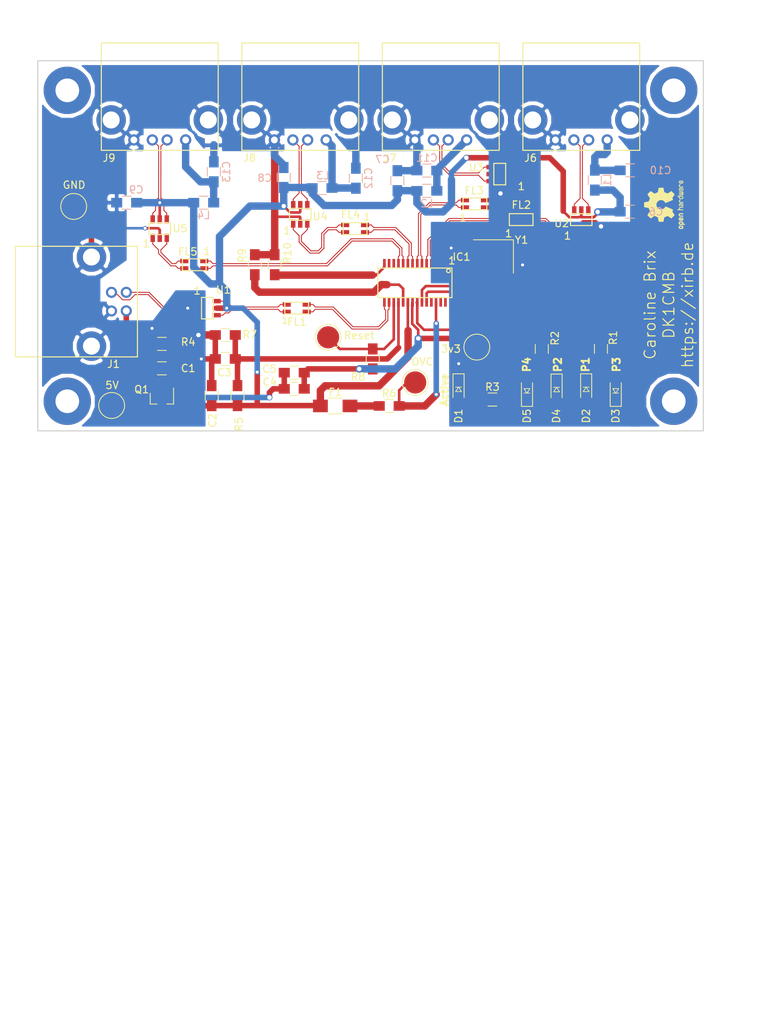
<source format=kicad_pcb>
(kicad_pcb (version 20170922) (host pcbnew "(2017-10-23 revision a562525)-master")
  (title_block (title "4 Port 2.0 USB-Hub") (date 2017-10-23) (rev a) (company "Caroline Brix DK1CMB") (comment 1 "Chip: Exar XR22404"))
  (layers (0 F.Cu signal) (31 B.Cu signal) (34 B.Paste user) (35 F.Paste user) (36 B.SilkS user) (37 F.SilkS user) (38 B.Mask user) (39 F.Mask user) (44 Edge.Cuts user))
  (net 0 "")
  (net 1 "Net-(C1-Pad2)")
  (net 2 VBUS_UP_P)
  (net 3 VCC_5V)
  (net 4 GND)
  (net 5 VBUS_SENSE)
  (net 6 VCC33)
  (net 7 "Net-(C10-Pad1)")
  (net 8 "Net-(C11-Pad1)")
  (net 9 "Net-(C12-Pad1)")
  (net 10 "Net-(C13-Pad1)")
  (net 11 "Net-(D1-Pad2)")
  (net 12 LED_CTL)
  (net 13 "Net-(D2-Pad1)")
  (net 14 "Net-(D4-Pad1)")
  (net 15 "Net-(F1-Pad2)")
  (net 16 /USB_D_2-)
  (net 17 USB_D_3-)
  (net 18 USB_D_3+)
  (net 19 /USB_D_2+)
  (net 20 /DM4_1+)
  (net 21 /DM4_2+)
  (net 22 /DM4_2-)
  (net 23 /DM4_1-)
  (net 24 /DM3_1-)
  (net 25 /DM3_2-)
  (net 26 /DM3_2+)
  (net 27 /DM3_1+)
  (net 28 /DM2_1+)
  (net 29 /DM2_2+)
  (net 30 /DM2_2-)
  (net 31 /DM2_1-)
  (net 32 /DM1_1-)
  (net 33 /DM1_2-)
  (net 34 /DM1_2+)
  (net 35 /DM1_1+)
  (net 36 OSC1_out)
  (net 37 OSC1_in)
  (net 38 "Net-(IC1-Pad14)")
  (net 39 "Net-(IC1-Pad17)")
  (net 40 "Net-(IC1-Pad19)")
  (net 41 LED1)
  (net 42 LED2)
  (net 43 OVC)
  (net 44 /USB_D_1-)
  (net 45 /USB_D_1+)
  (net 46 /DM4_3+)
  (net 47 /DM4_3-)
  (net 48 /DM3_3-)
  (net 49 /DM3_3+)
  (net 50 /DM2_3+)
  (net 51 /DM2_3-)
  (net 52 /DM1_3-)
  (net 53 /DM1_3+)
  (net 54 "Net-(IC1-Pad12)")
  (net 55 "Net-(IC1-Pad13)")
  (net 56 "Net-(IC1-Pad25)")
  (net 57 "Net-(IC1-Pad27)")
  (net 58 "Net-(IC1-Pad28)")
  (net 59 "Net-(J5-Pad1)")
  (net 60 "Net-(J4-Pad1)")
  (net 61 "Net-(J3-Pad1)")
  (net 62 "Net-(J2-Pad1)")
  (module Symbols:OSHW-Logo2_7.3x6mm_SilkScreen (layer F.Cu) (at 169.7482 84.455 90)
    (fp_text reference Txt2 hide)
    (fp_text value OSHW hide)
  )
  (module user_text:Name_Lang (layer F.Cu) (at 170.3324 97.9932 90)
    (fp_text reference Txt1 hide)
    (fp_text value Name_1 hide)
    (fp_text user https://xirb.de (at 0 2.54 90) (layer F.SilkS) (effects (font (size 1.5 1.5))))
    (fp_text user DK1CMB (at 0 0 90) (layer F.SilkS) (effects (font (size 1.5 1.5))))
    (fp_text user "Caroline Brix" (at 0 -2.54 90) (layer F.SilkS) (effects (font (size 1.5 1.5))))
  )
  (module user_USB:XR22404 (layer F.Cu) (at 136 95 180)
    (fp_text reference IC1 (at -6.3035 3.4965) (layer F.SilkS))
    (fp_text value XR22404 hide)
    (fp_text user 1 (at -5 3 180) (layer F.SilkS))
    (pad 1 smd rect (at -4.1275 2.59 180) (size 0.36 1.27) (layers F.Cu F.Paste F.Mask) (net 4 GND))
    (pad 2 smd rect (at -3.4925 2.59 180) (size 0.36 1.27) (layers F.Cu F.Paste F.Mask) (net 36 OSC1_out))
    (pad 3 smd rect (at -2.8575 2.59 180) (size 0.36 1.27) (layers F.Cu F.Paste F.Mask) (net 37 OSC1_in))
    (pad 4 smd rect (at -2.2225 2.59 180) (size 0.36 1.27) (layers F.Cu F.Paste F.Mask) (net 23 /DM4_1-))
    (pad 5 smd rect (at -1.5875 2.59 180) (size 0.36 1.27) (layers F.Cu F.Paste F.Mask) (net 20 /DM4_1+))
    (pad 6 smd rect (at -0.9525 2.59 180) (size 0.36 1.27) (layers F.Cu F.Paste F.Mask) (net 24 /DM3_1-))
    (pad 7 smd rect (at -0.3175 2.59 180) (size 0.36 1.27) (layers F.Cu F.Paste F.Mask) (net 27 /DM3_1+))
    (pad 8 smd rect (at 0.3175 2.59 180) (size 0.36 1.27) (layers F.Cu F.Paste F.Mask) (net 31 /DM2_1-))
    (pad 9 smd rect (at 0.9525 2.59 180) (size 0.36 1.27) (layers F.Cu F.Paste F.Mask) (net 28 /DM2_1+))
    (pad 10 smd rect (at 1.5875 2.59 180) (size 0.36 1.27) (layers F.Cu F.Paste F.Mask) (net 32 /DM1_1-))
    (pad 11 smd rect (at 2.2225 2.59 180) (size 0.36 1.27) (layers F.Cu F.Paste F.Mask) (net 35 /DM1_1+))
    (pad 12 smd rect (at 2.8575 2.59 180) (size 0.36 1.27) (layers F.Cu F.Paste F.Mask) (net 54 "Net-(IC1-Pad12)"))
    (pad 13 smd rect (at 3.4925 2.59 180) (size 0.36 1.27) (layers F.Cu F.Paste F.Mask) (net 55 "Net-(IC1-Pad13)"))
    (pad 14 smd rect (at 4.1275 2.59 180) (size 0.36 1.27) (layers F.Cu F.Paste F.Mask) (net 38 "Net-(IC1-Pad14)"))
    (pad 15 smd rect (at 4.1275 -2.59 180) (size 0.36 1.27) (layers F.Cu F.Paste F.Mask) (net 17 USB_D_3-))
    (pad 16 smd rect (at 3.4925 -2.59 180) (size 0.36 1.27) (layers F.Cu F.Paste F.Mask) (net 18 USB_D_3+))
    (pad 17 smd rect (at 2.8575 -2.59 180) (size 0.36 1.27) (layers F.Cu F.Paste F.Mask) (net 39 "Net-(IC1-Pad17)"))
    (pad 18 smd rect (at 2.2225 -2.59 180) (size 0.36 1.27) (layers F.Cu F.Paste F.Mask) (net 5 VBUS_SENSE))
    (pad 19 smd rect (at 1.5875 -2.59 180) (size 0.36 1.27) (layers F.Cu F.Paste F.Mask) (net 40 "Net-(IC1-Pad19)"))
    (pad 20 smd rect (at 0.9525 -2.59 180) (size 0.36 1.27) (layers F.Cu F.Paste F.Mask) (net 3 VCC_5V))
    (pad 21 smd rect (at 0.3175 -2.59 180) (size 0.36 1.27) (layers F.Cu F.Paste F.Mask) (net 6 VCC33))
    (pad 22 smd rect (at -0.3175 -2.59 180) (size 0.36 1.27) (layers F.Cu F.Paste F.Mask) (net 12 LED_CTL))
    (pad 23 smd rect (at -0.9525 -2.59 180) (size 0.36 1.27) (layers F.Cu F.Paste F.Mask) (net 41 LED1))
    (pad 24 smd rect (at -1.5875 -2.59 180) (size 0.36 1.27) (layers F.Cu F.Paste F.Mask) (net 42 LED2))
    (pad 25 smd rect (at -2.2225 -2.59 180) (size 0.36 1.27) (layers F.Cu F.Paste F.Mask) (net 56 "Net-(IC1-Pad25)"))
    (pad 26 smd rect (at -2.8575 -2.59 180) (size 0.36 1.27) (layers F.Cu F.Paste F.Mask) (net 43 OVC))
    (pad 27 smd rect (at -3.4925 -2.59 180) (size 0.36 1.27) (layers F.Cu F.Paste F.Mask) (net 57 "Net-(IC1-Pad27)"))
    (pad 28 smd rect (at -4.1275 -2.59 180) (size 0.36 1.27) (layers F.Cu F.Paste F.Mask) (net 58 "Net-(IC1-Pad28)"))
  )
  (module user_USB:USB_B_THT_WE (layer F.Cu) (at 92.2655 97.536 270)
    (fp_text reference J1 (at 8.4455 -2.9845) (layer F.SilkS))
    (fp_text value USB_B_WE hide)
    (pad 1 thru_hole circle (at 1.25 -4.71 270) (size 1.5 1.5) (drill 0.92) (layers *.Cu *.Mask) (net 2 VBUS_UP_P))
    (pad 2 thru_hole circle (at -1.25 -4.71 270) (size 1.5 1.5) (drill 0.92) (layers *.Cu *.Mask) (net 44 /USB_D_1-))
    (pad 4 thru_hole circle (at 1.27 -2.71 270) (size 1.5 1.5) (drill 0.92) (layers *.Cu *.Mask) (net 4 GND))
    (pad 3 thru_hole circle (at -1.25 -2.71 270) (size 1.5 1.5) (drill 0.92) (layers *.Cu *.Mask) (net 45 /USB_D_1+))
    (pad 4 thru_hole circle (at 6.02 0 270) (size 4 4) (drill 2.3) (layers *.Cu *.Mask) (net 4 GND))
    (pad 4 thru_hole circle (at -6.02 0 270) (size 4 4) (drill 2.3) (layers *.Cu *.Mask) (net 4 GND))
  )
  (module user_USB:USB_A_shielded_WE (layer F.Cu) (at 158.5 73 180)
    (fp_text reference J6 (at 6.858 -5.1435 180) (layer F.SilkS))
    (fp_text value USB_A_shielded hide)
    (pad 4 thru_hole circle (at -6.57 0 180) (size 4 4) (drill 2.3) (layers *.Cu *.Mask) (net 4 GND))
    (pad 4 thru_hole circle (at 6.57 0 180) (size 4 4) (drill 2.3) (layers *.Cu *.Mask) (net 4 GND))
    (pad 1 thru_hole circle (at -3.5 -2.7 180) (size 1.524 1.524) (drill 0.92) (layers *.Cu *.Mask) (net 7 "Net-(C10-Pad1)"))
    (pad 2 thru_hole circle (at -1 -2.7 180) (size 1.524 1.524) (drill 0.92) (layers *.Cu *.Mask) (net 47 /DM4_3-))
    (pad 3 thru_hole circle (at 1 -2.7 180) (size 1.524 1.524) (drill 0.92) (layers *.Cu *.Mask) (net 46 /DM4_3+))
    (pad 4 thru_hole circle (at 3.5 -2.7 180) (size 1.524 1.524) (drill 0.92) (layers *.Cu *.Mask) (net 4 GND))
  )
  (module user_USB:USB_A_shielded_WE (layer F.Cu) (at 139.5 73 180)
    (fp_text reference J7 (at 6.858 -5.1435 180) (layer F.SilkS))
    (fp_text value USB_A_shielded hide)
    (pad 4 thru_hole circle (at -6.57 0 180) (size 4 4) (drill 2.3) (layers *.Cu *.Mask) (net 4 GND))
    (pad 4 thru_hole circle (at 6.57 0 180) (size 4 4) (drill 2.3) (layers *.Cu *.Mask) (net 4 GND))
    (pad 1 thru_hole circle (at -3.5 -2.7 180) (size 1.524 1.524) (drill 0.92) (layers *.Cu *.Mask) (net 8 "Net-(C11-Pad1)"))
    (pad 2 thru_hole circle (at -1 -2.7 180) (size 1.524 1.524) (drill 0.92) (layers *.Cu *.Mask) (net 48 /DM3_3-))
    (pad 3 thru_hole circle (at 1 -2.7 180) (size 1.524 1.524) (drill 0.92) (layers *.Cu *.Mask) (net 49 /DM3_3+))
    (pad 4 thru_hole circle (at 3.5 -2.7 180) (size 1.524 1.524) (drill 0.92) (layers *.Cu *.Mask) (net 4 GND))
  )
  (module user_USB:USB_A_shielded_WE (layer F.Cu) (at 120.5 73 180)
    (fp_text reference J8 (at 6.858 -5.1435 180) (layer F.SilkS))
    (fp_text value USB_A_shielded hide)
    (pad 4 thru_hole circle (at -6.57 0 180) (size 4 4) (drill 2.3) (layers *.Cu *.Mask) (net 4 GND))
    (pad 4 thru_hole circle (at 6.57 0 180) (size 4 4) (drill 2.3) (layers *.Cu *.Mask) (net 4 GND))
    (pad 1 thru_hole circle (at -3.5 -2.7 180) (size 1.524 1.524) (drill 0.92) (layers *.Cu *.Mask) (net 9 "Net-(C12-Pad1)"))
    (pad 2 thru_hole circle (at -1 -2.7 180) (size 1.524 1.524) (drill 0.92) (layers *.Cu *.Mask) (net 51 /DM2_3-))
    (pad 3 thru_hole circle (at 1 -2.7 180) (size 1.524 1.524) (drill 0.92) (layers *.Cu *.Mask) (net 50 /DM2_3+))
    (pad 4 thru_hole circle (at 3.5 -2.7 180) (size 1.524 1.524) (drill 0.92) (layers *.Cu *.Mask) (net 4 GND))
  )
  (module user_USB:USB_A_shielded_WE (layer F.Cu) (at 101.5 73 180)
    (fp_text reference J9 (at 6.858 -5.1435 180) (layer F.SilkS))
    (fp_text value USB_A_shielded hide)
    (pad 4 thru_hole circle (at -6.57 0 180) (size 4 4) (drill 2.3) (layers *.Cu *.Mask) (net 4 GND))
    (pad 4 thru_hole circle (at 6.57 0 180) (size 4 4) (drill 2.3) (layers *.Cu *.Mask) (net 4 GND))
    (pad 1 thru_hole circle (at -3.5 -2.7 180) (size 1.524 1.524) (drill 0.92) (layers *.Cu *.Mask) (net 10 "Net-(C13-Pad1)"))
    (pad 2 thru_hole circle (at -1 -2.7 180) (size 1.524 1.524) (drill 0.92) (layers *.Cu *.Mask) (net 52 /DM1_3-))
    (pad 3 thru_hole circle (at 1 -2.7 180) (size 1.524 1.524) (drill 0.92) (layers *.Cu *.Mask) (net 53 /DM1_3+))
    (pad 4 thru_hole circle (at 3.5 -2.7 180) (size 1.524 1.524) (drill 0.92) (layers *.Cu *.Mask) (net 4 GND))
  )
  (module Resistors_SMD:R_0805_HandSoldering (layer F.Cu) (at 101.7905 106.553)
    (fp_text reference C1 (at 3.556 0) (layer F.SilkS))
    (fp_text value 100nF hide)
    (pad 2 smd rect (at 1.35 0) (size 1.5 1.3) (layers F.Cu F.Paste F.Mask) (net 1 "Net-(C1-Pad2)"))
    (pad 1 smd rect (at -1.35 0) (size 1.5 1.3) (layers F.Cu F.Paste F.Mask) (net 2 VBUS_UP_P))
  )
  (module Resistors_SMD:R_0805_HandSoldering (layer F.Cu) (at 108.5215 110.236 90)
    (fp_text reference C2 (at -3.3655 0.127 90) (layer F.SilkS))
    (fp_text value 4,7µF hide)
    (pad 1 smd rect (at -1.35 0 90) (size 1.5 1.3) (layers F.Cu F.Paste F.Mask) (net 3 VCC_5V))
    (pad 2 smd rect (at 1.35 0 90) (size 1.5 1.3) (layers F.Cu F.Paste F.Mask) (net 4 GND))
  )
  (module Resistors_SMD:R_0805_HandSoldering (layer F.Cu) (at 110.363 105.283 180)
    (fp_text reference C3 (at 0.127 -1.8415 180) (layer F.SilkS))
    (fp_text value 100nF hide)
    (pad 2 smd rect (at 1.35 0 180) (size 1.5 1.3) (layers F.Cu F.Paste F.Mask) (net 4 GND))
    (pad 1 smd rect (at -1.35 0 180) (size 1.5 1.3) (layers F.Cu F.Paste F.Mask) (net 5 VBUS_SENSE))
  )
  (module Resistors_SMD:R_0805_HandSoldering (layer F.Cu) (at 119.6848 109.3216)
    (fp_text reference C4 (at -3.302 -0.9144) (layer F.SilkS))
    (fp_text value 4,7µF hide)
    (pad 1 smd rect (at -1.35 0) (size 1.5 1.3) (layers F.Cu F.Paste F.Mask) (net 4 GND))
    (pad 2 smd rect (at 1.35 0) (size 1.5 1.3) (layers F.Cu F.Paste F.Mask) (net 6 VCC33))
  )
  (module Resistors_SMD:R_0805_HandSoldering (layer F.Cu) (at 119.6848 107.1372 180)
    (fp_text reference C5 (at 3.3528 0.508 180) (layer F.SilkS))
    (fp_text value 100nF hide)
    (pad 2 smd rect (at 1.35 0 180) (size 1.5 1.3) (layers F.Cu F.Paste F.Mask) (net 4 GND))
    (pad 1 smd rect (at -1.35 0 180) (size 1.5 1.3) (layers F.Cu F.Paste F.Mask) (net 6 VCC33))
  )
  (module Resistors_SMD:R_0805_HandSoldering (layer B.Cu) (at 165.1 85.3948 180)
    (fp_text reference C6 (at -3.5052 0 180) (layer B.SilkS) (effects (justify mirror)))
    (fp_text value 680nF hide)
    (pad 2 smd rect (at 1.35 0 180) (size 1.5 1.3) (layers B.Cu B.Paste B.Mask) (net 3 VCC_5V))
    (pad 1 smd rect (at -1.35 0 180) (size 1.5 1.3) (layers B.Cu B.Paste B.Mask) (net 4 GND))
  )
  (module Resistors_SMD:R_0805_HandSoldering (layer B.Cu) (at 133.6294 81.2038 270)
    (fp_text reference C7 (at -2.8702 2.0066) (layer B.SilkS) (effects (justify mirror)))
    (fp_text value 680nF hide)
    (pad 2 smd rect (at 1.35 0 270) (size 1.5 1.3) (layers B.Cu B.Paste B.Mask) (net 3 VCC_5V))
    (pad 1 smd rect (at -1.35 0 270) (size 1.5 1.3) (layers B.Cu B.Paste B.Mask) (net 4 GND))
  )
  (module Resistors_SMD:R_0805_HandSoldering (layer B.Cu) (at 118.2624 80.772 270)
    (fp_text reference C8 (at 0.0762 2.5654 180) (layer B.SilkS) (effects (justify mirror)))
    (fp_text value 680nF hide)
    (pad 1 smd rect (at -1.35 0 270) (size 1.5 1.3) (layers B.Cu B.Paste B.Mask) (net 4 GND))
    (pad 2 smd rect (at 1.35 0 270) (size 1.5 1.3) (layers B.Cu B.Paste B.Mask) (net 3 VCC_5V))
  )
  (module Resistors_SMD:R_0805_HandSoldering (layer B.Cu) (at 97.028 84.1756)
    (fp_text reference C9 (at 1.2954 -1.7526) (layer B.SilkS) (effects (justify mirror)))
    (fp_text value 680nF hide)
    (pad 1 smd rect (at -1.35 0) (size 1.5 1.3) (layers B.Cu B.Paste B.Mask) (net 4 GND))
    (pad 2 smd rect (at 1.35 0) (size 1.5 1.3) (layers B.Cu B.Paste B.Mask) (net 3 VCC_5V))
  )
  (module Resistors_SMD:R_0805_HandSoldering (layer B.Cu) (at 165.1 79.8068)
    (fp_text reference C10 (at 4.1148 0) (layer B.SilkS) (effects (justify mirror)))
    (fp_text value 680nF hide)
    (pad 2 smd rect (at 1.35 0) (size 1.5 1.3) (layers B.Cu B.Paste B.Mask) (net 4 GND))
    (pad 1 smd rect (at -1.35 0) (size 1.5 1.3) (layers B.Cu B.Paste B.Mask) (net 7 "Net-(C10-Pad1)"))
  )
  (module Resistors_SMD:R_0805_HandSoldering (layer B.Cu) (at 137.6172 79.8322 180)
    (fp_text reference C11 (at 0 1.7 180) (layer B.SilkS) (effects (justify mirror)))
    (fp_text value 680nF hide)
    (pad 1 smd rect (at -1.35 0 180) (size 1.5 1.3) (layers B.Cu B.Paste B.Mask) (net 8 "Net-(C11-Pad1)"))
    (pad 2 smd rect (at 1.35 0 180) (size 1.5 1.3) (layers B.Cu B.Paste B.Mask) (net 4 GND))
  )
  (module Resistors_SMD:R_0805_HandSoldering (layer B.Cu) (at 128.016 80.8736 90)
    (fp_text reference C12 (at 0 1.7 -90) (layer B.SilkS) (effects (justify mirror)))
    (fp_text value 680nF hide)
    (pad 1 smd rect (at -1.35 0 90) (size 1.5 1.3) (layers B.Cu B.Paste B.Mask) (net 9 "Net-(C12-Pad1)"))
    (pad 2 smd rect (at 1.35 0 90) (size 1.5 1.3) (layers B.Cu B.Paste B.Mask) (net 4 GND))
  )
  (module Resistors_SMD:R_0805_HandSoldering (layer B.Cu) (at 108.8136 80.01 90)
    (fp_text reference C13 (at 0 1.7 -90) (layer B.SilkS) (effects (justify mirror)))
    (fp_text value 680nF hide)
    (pad 2 smd rect (at 1.35 0 90) (size 1.5 1.3) (layers B.Cu B.Paste B.Mask) (net 4 GND))
    (pad 1 smd rect (at -1.35 0 90) (size 1.5 1.3) (layers B.Cu B.Paste B.Mask) (net 10 "Net-(C13-Pad1)"))
  )
  (module Resistors_SMD:R_1206_HandSoldering (layer F.Cu) (at 125.222 111.633)
    (fp_text reference F1 (at 0 -1.85) (layer F.SilkS))
    (fp_text value Polyfuse hide)
    (pad 2 smd rect (at 2 0) (size 2 1.7) (layers F.Cu F.Paste F.Mask) (net 15 "Net-(F1-Pad2)"))
    (pad 1 smd rect (at -2 0) (size 2 1.7) (layers F.Cu F.Paste F.Mask) (net 3 VCC_5V))
  )
  (module user_USB:WE-CNSW (layer F.Cu) (at 120.015 98.425)
    (fp_text reference FL1 (at 0.0254 1.8542) (layer F.SilkS))
    (fp_text value EMI_Common_Mode_Line_Filter hide)
    (fp_text user 1 (at -1.6 1.6) (layer F.SilkS))
    (pad 1 smd rect (at -1.35 0.5) (size 1.1 0.6) (layers F.Cu F.Paste F.Mask) (net 19 /USB_D_2+))
    (pad 2 smd rect (at 1.35 0.5) (size 1.1 0.6) (layers F.Cu F.Paste F.Mask) (net 18 USB_D_3+))
    (pad 3 smd rect (at 1.35 -0.5) (size 1.1 0.6) (layers F.Cu F.Paste F.Mask) (net 17 USB_D_3-))
    (pad 4 smd rect (at -1.35 -0.5) (size 1.1 0.6) (layers F.Cu F.Paste F.Mask) (net 16 /USB_D_2-))
  )
  (module user_USB:WE-CNSW (layer F.Cu) (at 150.368 86.4616)
    (fp_text reference FL2 (at 0.0254 -1.9812) (layer F.SilkS))
    (fp_text value EMI_Common_Mode_Line_Filter hide)
    (fp_text user 1 (at -1.7018 1.8796) (layer F.SilkS))
    (pad 1 smd rect (at -1.35 0.5) (size 1.1 0.6) (layers F.Cu F.Paste F.Mask) (net 23 /DM4_1-))
    (pad 2 smd rect (at 1.35 0.5) (size 1.1 0.6) (layers F.Cu F.Paste F.Mask) (net 22 /DM4_2-))
    (pad 3 smd rect (at 1.35 -0.5) (size 1.1 0.6) (layers F.Cu F.Paste F.Mask) (net 21 /DM4_2+))
    (pad 4 smd rect (at -1.35 -0.5) (size 1.1 0.6) (layers F.Cu F.Paste F.Mask) (net 20 /DM4_1+))
  )
  (module user_USB:WE-CNSW (layer F.Cu) (at 144.1196 84.328)
    (fp_text reference FL3 (at -0.1016 -1.778) (layer F.SilkS))
    (fp_text value EMI_Common_Mode_Line_Filter hide)
    (fp_text user 1 (at -1.6256 1.905) (layer F.SilkS))
    (pad 4 smd rect (at -1.35 -0.5) (size 1.1 0.6) (layers F.Cu F.Paste F.Mask) (net 27 /DM3_1+))
    (pad 3 smd rect (at 1.35 -0.5) (size 1.1 0.6) (layers F.Cu F.Paste F.Mask) (net 26 /DM3_2+))
    (pad 2 smd rect (at 1.35 0.5) (size 1.1 0.6) (layers F.Cu F.Paste F.Mask) (net 25 /DM3_2-))
    (pad 1 smd rect (at -1.35 0.5) (size 1.1 0.6) (layers F.Cu F.Paste F.Mask) (net 24 /DM3_1-))
  )
  (module user_USB:WE-CNSW (layer F.Cu) (at 127.9144 87.6808 180)
    (fp_text reference FL4 (at 0.6096 1.8796 180) (layer F.SilkS))
    (fp_text value EMI_Common_Mode_Line_Filter hide)
    (fp_text user 1 (at -1.6 1.6 180) (layer F.SilkS))
    (pad 1 smd rect (at -1.35 0.5 180) (size 1.1 0.6) (layers F.Cu F.Paste F.Mask) (net 31 /DM2_1-))
    (pad 2 smd rect (at 1.35 0.5 180) (size 1.1 0.6) (layers F.Cu F.Paste F.Mask) (net 30 /DM2_2-))
    (pad 3 smd rect (at 1.35 -0.5 180) (size 1.1 0.6) (layers F.Cu F.Paste F.Mask) (net 29 /DM2_2+))
    (pad 4 smd rect (at -1.35 -0.5 180) (size 1.1 0.6) (layers F.Cu F.Paste F.Mask) (net 28 /DM2_1+))
  )
  (module user_USB:WE-CNSW (layer F.Cu) (at 106.172 92.5576 180)
    (fp_text reference FL5 (at 0.889 1.7526 180) (layer F.SilkS))
    (fp_text value EMI_Common_Mode_Line_Filter hide)
    (fp_text user 1 (at -1.7018 1.8034 180) (layer F.SilkS))
    (pad 4 smd rect (at -1.35 -0.5 180) (size 1.1 0.6) (layers F.Cu F.Paste F.Mask) (net 35 /DM1_1+))
    (pad 3 smd rect (at 1.35 -0.5 180) (size 1.1 0.6) (layers F.Cu F.Paste F.Mask) (net 34 /DM1_2+))
    (pad 2 smd rect (at 1.35 0.5 180) (size 1.1 0.6) (layers F.Cu F.Paste F.Mask) (net 33 /DM1_2-))
    (pad 1 smd rect (at -1.35 0.5 180) (size 1.1 0.6) (layers F.Cu F.Paste F.Mask) (net 32 /DM1_1-))
  )
  (module Mounting_Holes:MountingHole_3.2mm_M3_Pad (layer F.Cu) (at 171 69)
    (fp_text reference J2 hide)
    (fp_text value Conn_01x01 hide)
    (pad 1 thru_hole circle (at 0 0) (size 6.4 6.4) (drill 3.2) (layers *.Cu *.Mask) (net 62 "Net-(J2-Pad1)"))
  )
  (module Mounting_Holes:MountingHole_3.2mm_M3_Pad (layer F.Cu) (at 89 69)
    (fp_text reference J3 hide)
    (fp_text value Conn_01x01 hide)
    (pad 1 thru_hole circle (at 0 0) (size 6.4 6.4) (drill 3.2) (layers *.Cu *.Mask) (net 61 "Net-(J3-Pad1)"))
  )
  (module Mounting_Holes:MountingHole_3.2mm_M3_Pad (layer F.Cu) (at 171 111)
    (fp_text reference J4 hide)
    (fp_text value Conn_01x01 hide)
    (pad 1 thru_hole circle (at 0 0) (size 6.4 6.4) (drill 3.2) (layers *.Cu *.Mask) (net 60 "Net-(J4-Pad1)"))
  )
  (module Mounting_Holes:MountingHole_3.2mm_M3_Pad (layer F.Cu) (at 89 111)
    (fp_text reference J5 hide)
    (fp_text value Conn_01x01 hide)
    (pad 1 thru_hole circle (at 0 0) (size 6.4 6.4) (drill 3.2) (layers *.Cu *.Mask) (net 59 "Net-(J5-Pad1)"))
  )
  (module Resistors_SMD:R_0805_HandSoldering (layer B.Cu) (at 160.3248 81.1276 90)
    (fp_text reference L1 (at 0 1.7 -90) (layer B.SilkS) (effects (justify mirror)))
    (fp_text value 600R@100MHz hide)
    (pad 1 smd rect (at -1.35 0 90) (size 1.5 1.3) (layers B.Cu B.Paste B.Mask) (net 3 VCC_5V))
    (pad 2 smd rect (at 1.35 0 90) (size 1.5 1.3) (layers B.Cu B.Paste B.Mask) (net 7 "Net-(C10-Pad1)"))
  )
  (module Resistors_SMD:R_0805_HandSoldering (layer B.Cu) (at 137.6172 82.5754)
    (fp_text reference L2 (at 0 1.7) (layer B.SilkS) (effects (justify mirror)))
    (fp_text value 600R@100MHz hide)
    (pad 1 smd rect (at -1.35 0) (size 1.5 1.3) (layers B.Cu B.Paste B.Mask) (net 3 VCC_5V))
    (pad 2 smd rect (at 1.35 0) (size 1.5 1.3) (layers B.Cu B.Paste B.Mask) (net 8 "Net-(C11-Pad1)"))
  )
  (module Resistors_SMD:R_0805_HandSoldering (layer B.Cu) (at 123.444 82.1944)
    (fp_text reference L3 (at 0.1016 -1.6764) (layer B.SilkS) (effects (justify mirror)))
    (fp_text value 600R@100MHz hide)
    (pad 2 smd rect (at 1.35 0) (size 1.5 1.3) (layers B.Cu B.Paste B.Mask) (net 9 "Net-(C12-Pad1)"))
    (pad 1 smd rect (at -1.35 0) (size 1.5 1.3) (layers B.Cu B.Paste B.Mask) (net 3 VCC_5V))
  )
  (module Resistors_SMD:R_0805_HandSoldering (layer B.Cu) (at 107.442 84.1756)
    (fp_text reference L4 (at 0 1.7) (layer B.SilkS) (effects (justify mirror)))
    (fp_text value 600R@100MHz hide)
    (pad 2 smd rect (at 1.35 0) (size 1.5 1.3) (layers B.Cu B.Paste B.Mask) (net 10 "Net-(C13-Pad1)"))
    (pad 1 smd rect (at -1.35 0) (size 1.5 1.3) (layers B.Cu B.Paste B.Mask) (net 3 VCC_5V))
  )
  (module TO_SOT_Packages_SMD:SOT-23 (layer F.Cu) (at 101.7905 110.617 270)
    (fp_text reference Q1 (at -1.2065 2.7305 180) (layer F.SilkS))
    (fp_text value NTR2101P hide)
    (pad 3 smd rect (at 1 0 270) (size 0.9 0.8) (layers F.Cu F.Paste F.Mask) (net 3 VCC_5V))
    (pad 2 smd rect (at -1 0.95 270) (size 0.9 0.8) (layers F.Cu F.Paste F.Mask) (net 2 VBUS_UP_P))
    (pad 1 smd rect (at -1 -0.95 270) (size 0.9 0.8) (layers F.Cu F.Paste F.Mask) (net 1 "Net-(C1-Pad2)"))
  )
  (module Resistors_SMD:R_0805_HandSoldering (layer F.Cu) (at 161.156 103.932 90)
    (fp_text reference R1 (at 1.5065 1.658 90) (layer F.SilkS))
    (fp_text value 2k7 hide)
    (pad 2 smd rect (at 1.35 0 90) (size 1.5 1.3) (layers F.Cu F.Paste F.Mask) (net 41 LED1))
    (pad 1 smd rect (at -1.35 0 90) (size 1.5 1.3) (layers F.Cu F.Paste F.Mask) (net 13 "Net-(D2-Pad1)"))
  )
  (module Resistors_SMD:R_0805_HandSoldering (layer F.Cu) (at 153.156 103.932 90)
    (fp_text reference R2 (at 1.443 1.784 90) (layer F.SilkS))
    (fp_text value 2k7 hide)
    (pad 1 smd rect (at -1.35 0 90) (size 1.5 1.3) (layers F.Cu F.Paste F.Mask) (net 14 "Net-(D4-Pad1)"))
    (pad 2 smd rect (at 1.35 0 90) (size 1.5 1.3) (layers F.Cu F.Paste F.Mask) (net 42 LED2))
  )
  (module Resistors_SMD:R_0805_HandSoldering (layer F.Cu) (at 146.4818 110.7694)
    (fp_text reference R3 (at 0 -1.7) (layer F.SilkS))
    (fp_text value 470 hide)
    (pad 2 smd rect (at 1.35 0) (size 1.5 1.3) (layers F.Cu F.Paste F.Mask) (net 12 LED_CTL))
    (pad 1 smd rect (at -1.35 0) (size 1.5 1.3) (layers F.Cu F.Paste F.Mask) (net 11 "Net-(D1-Pad2)"))
  )
  (module Resistors_SMD:R_0805_HandSoldering (layer F.Cu) (at 101.7905 103.251)
    (fp_text reference R4 (at 3.556 -0.254 180) (layer F.SilkS))
    (fp_text value 40k2 hide)
    (pad 2 smd rect (at 1.35 0) (size 1.5 1.3) (layers F.Cu F.Paste F.Mask) (net 1 "Net-(C1-Pad2)"))
    (pad 1 smd rect (at -1.35 0) (size 1.5 1.3) (layers F.Cu F.Paste F.Mask) (net 4 GND))
  )
  (module Resistors_SMD:R_0805_HandSoldering (layer F.Cu) (at 112.014 110.236 270)
    (fp_text reference R5 (at 3.8735 -0.1905 270) (layer F.SilkS))
    (fp_text value 10k hide)
    (pad 1 smd rect (at -1.35 0 270) (size 1.5 1.3) (layers F.Cu F.Paste F.Mask) (net 5 VBUS_SENSE))
    (pad 2 smd rect (at 1.35 0 270) (size 1.5 1.3) (layers F.Cu F.Paste F.Mask) (net 3 VCC_5V))
  )
  (module Resistors_SMD:R_0805_HandSoldering (layer F.Cu) (at 132.5245 111.633)
    (fp_text reference R6 (at 0 -1.7) (layer F.SilkS))
    (fp_text value 0 hide)
    (pad 1 smd rect (at -1.35 0) (size 1.5 1.3) (layers F.Cu F.Paste F.Mask) (net 15 "Net-(F1-Pad2)"))
    (pad 2 smd rect (at 1.35 0) (size 1.5 1.3) (layers F.Cu F.Paste F.Mask) (net 43 OVC))
  )
  (module Resistors_SMD:R_0805_HandSoldering (layer F.Cu) (at 110.363 102.0445 180)
    (fp_text reference R7 (at -3.302 0.0635 180) (layer F.SilkS))
    (fp_text value 100k hide)
    (pad 2 smd rect (at 1.35 0 180) (size 1.5 1.3) (layers F.Cu F.Paste F.Mask) (net 4 GND))
    (pad 1 smd rect (at -1.35 0 180) (size 1.5 1.3) (layers F.Cu F.Paste F.Mask) (net 5 VBUS_SENSE))
  )
  (module Resistors_SMD:R_0805_HandSoldering (layer F.Cu) (at 130.302 105.283 270)
    (fp_text reference R8 (at 2.413 1.9812 180) (layer F.SilkS))
    (fp_text value 10k hide)
    (pad 1 smd rect (at -1.35 0 270) (size 1.5 1.3) (layers F.Cu F.Paste F.Mask) (net 39 "Net-(IC1-Pad17)"))
    (pad 2 smd rect (at 1.35 0 270) (size 1.5 1.3) (layers F.Cu F.Paste F.Mask) (net 6 VCC33))
  )
  (module Resistors_SMD:R_0805_HandSoldering (layer F.Cu) (at 114.3508 92.5576 90)
    (fp_text reference R9 (at 1.2446 -1.7018 90) (layer F.SilkS))
    (fp_text value 10k hide)
    (pad 2 smd rect (at 1.35 0 90) (size 1.5 1.3) (layers F.Cu F.Paste F.Mask) (net 4 GND))
    (pad 1 smd rect (at -1.35 0 90) (size 1.5 1.3) (layers F.Cu F.Paste F.Mask) (net 40 "Net-(IC1-Pad19)"))
  )
  (module Resistors_SMD:R_0805_HandSoldering (layer F.Cu) (at 117.0432 92.5576 90)
    (fp_text reference R10 (at 1.5748 1.7272 90) (layer F.SilkS))
    (fp_text value 2k7 hide)
    (pad 1 smd rect (at -1.35 0 90) (size 1.5 1.3) (layers F.Cu F.Paste F.Mask) (net 38 "Net-(IC1-Pad14)"))
    (pad 2 smd rect (at 1.35 0 90) (size 1.5 1.3) (layers F.Cu F.Paste F.Mask) (net 4 GND))
  )
  (module Connectors_TestPoints:Test_Point_Pad_d3.0mm (layer F.Cu) (at 94.996 111.5695)
    (fp_text reference TP1 hide)
    (fp_text value 5V (at 0.0635 -2.7305) (layer F.SilkS))
    (pad 1 smd circle (at 0 0) (size 3 3) (layers F.Cu F.Mask) (net 3 VCC_5V))
  )
  (module Connectors_TestPoints:Test_Point_Pad_d3.0mm (layer F.Cu) (at 136.0424 108.458)
    (fp_text reference TP2 hide)
    (fp_text value OVC (at 0.9652 -2.794) (layer F.SilkS))
    (pad 1 smd circle (at 0 0) (size 3 3) (layers F.Cu F.Mask) (net 43 OVC))
  )
  (module Connectors_TestPoints:Test_Point_Pad_d3.0mm (layer F.Cu) (at 89.8652 84.6836)
    (fp_text reference TP3 hide)
    (fp_text value GND (at 0.0508 -2.8956) (layer F.SilkS))
    (pad 1 smd circle (at 0 0) (size 3 3) (layers F.Cu F.Mask) (net 4 GND))
  )
  (module Connectors_TestPoints:Test_Point_Pad_d3.0mm (layer F.Cu) (at 144.3736 103.6828)
    (fp_text reference TP4 hide)
    (fp_text value 3v3 (at -3.5052 0.254) (layer F.SilkS))
    (pad 1 smd circle (at 0 0) (size 3 3) (layers F.Cu F.Mask) (net 6 VCC33))
  )
  (module Connectors_TestPoints:Test_Point_Pad_d3.0mm (layer F.Cu) (at 124.2695 102.362)
    (fp_text reference TP5 hide)
    (fp_text value Reset (at 4.191 -0.254) (layer F.SilkS))
    (pad 1 smd circle (at 0 0) (size 3 3) (layers F.Cu F.Mask) (net 39 "Net-(IC1-Pad17)"))
  )
  (module user_housing:SOT23-6L (layer F.Cu) (at 107.95 98.425 270)
    (fp_text reference U1 (at -2.4765 -2.159) (layer F.SilkS))
    (fp_text value WE-TVS_Diode hide)
    (fp_text user 1 (at -2.3495 1.397) (layer F.SilkS))
    (pad 6 smd rect (at -0.95 -1.25 270) (size 0.6 1.1) (layers F.Cu F.Paste F.Mask) (net 16 /USB_D_2-))
    (pad 5 smd rect (at 0 -1.25 270) (size 0.6 1.1) (layers F.Cu F.Paste F.Mask) (net 3 VCC_5V))
    (pad 4 smd rect (at 0.95 -1.25 270) (size 0.6 1.1) (layers F.Cu F.Paste F.Mask) (net 19 /USB_D_2+))
    (pad 3 smd rect (at 0.95 1.25 270) (size 0.6 1.1) (layers F.Cu F.Paste F.Mask) (net 45 /USB_D_1+))
    (pad 2 smd rect (at 0 1.25 270) (size 0.6 1.1) (layers F.Cu F.Paste F.Mask) (net 4 GND))
    (pad 1 smd rect (at -0.95 1.25 270) (size 0.6 1.1) (layers F.Cu F.Paste F.Mask) (net 44 /USB_D_1-))
  )
  (module user_housing:SOT23-6L (layer F.Cu) (at 158.496 86.4616)
    (fp_text reference U2 (at -2.6416 0.508) (layer F.SilkS))
    (fp_text value WE-TVS_Diode hide)
    (fp_text user 1 (at -1.8542 2.1844) (layer F.SilkS))
    (pad 1 smd rect (at -0.95 1.25) (size 0.6 1.1) (layers F.Cu F.Paste F.Mask) (net 21 /DM4_2+))
    (pad 2 smd rect (at 0 1.25) (size 0.6 1.1) (layers F.Cu F.Paste F.Mask) (net 4 GND))
    (pad 3 smd rect (at 0.95 1.25) (size 0.6 1.1) (layers F.Cu F.Paste F.Mask) (net 22 /DM4_2-))
    (pad 4 smd rect (at 0.95 -1.25) (size 0.6 1.1) (layers F.Cu F.Paste F.Mask) (net 47 /DM4_3-))
    (pad 5 smd rect (at 0 -1.25) (size 0.6 1.1) (layers F.Cu F.Paste F.Mask) (net 3 VCC_5V))
    (pad 6 smd rect (at -0.95 -1.25) (size 0.6 1.1) (layers F.Cu F.Paste F.Mask) (net 46 /DM4_3+))
  )
  (module user_housing:SOT23-6L (layer F.Cu) (at 147.4724 80.3148 90)
    (fp_text reference U3 (at 0.8636 -3.175 180) (layer F.SilkS))
    (fp_text value WE-TVS_Diode hide)
    (fp_text user 1 (at -1.651 2.921 180) (layer F.SilkS))
    (pad 1 smd rect (at -0.95 1.25 90) (size 0.6 1.1) (layers F.Cu F.Paste F.Mask) (net 26 /DM3_2+))
    (pad 2 smd rect (at 0 1.25 90) (size 0.6 1.1) (layers F.Cu F.Paste F.Mask) (net 4 GND))
    (pad 3 smd rect (at 0.95 1.25 90) (size 0.6 1.1) (layers F.Cu F.Paste F.Mask) (net 25 /DM3_2-))
    (pad 4 smd rect (at 0.95 -1.25 90) (size 0.6 1.1) (layers F.Cu F.Paste F.Mask) (net 48 /DM3_3-))
    (pad 5 smd rect (at 0 -1.25 90) (size 0.6 1.1) (layers F.Cu F.Paste F.Mask) (net 3 VCC_5V))
    (pad 6 smd rect (at -0.95 -1.25 90) (size 0.6 1.1) (layers F.Cu F.Paste F.Mask) (net 49 /DM3_3+))
  )
  (module user_housing:SOT23-6L (layer F.Cu) (at 120.4976 85.7504)
    (fp_text reference U4 (at 2.6924 0.2794) (layer F.SilkS))
    (fp_text value WE-TVS_Diode hide)
    (fp_text user 1 (at -1.8034 2.2098) (layer F.SilkS))
    (pad 6 smd rect (at -0.95 -1.25) (size 0.6 1.1) (layers F.Cu F.Paste F.Mask) (net 50 /DM2_3+))
    (pad 5 smd rect (at 0 -1.25) (size 0.6 1.1) (layers F.Cu F.Paste F.Mask) (net 3 VCC_5V))
    (pad 4 smd rect (at 0.95 -1.25) (size 0.6 1.1) (layers F.Cu F.Paste F.Mask) (net 51 /DM2_3-))
    (pad 3 smd rect (at 0.95 1.25) (size 0.6 1.1) (layers F.Cu F.Paste F.Mask) (net 30 /DM2_2-))
    (pad 2 smd rect (at 0 1.25) (size 0.6 1.1) (layers F.Cu F.Paste F.Mask) (net 4 GND))
    (pad 1 smd rect (at -0.95 1.25) (size 0.6 1.1) (layers F.Cu F.Paste F.Mask) (net 29 /DM2_2+))
  )
  (module user_housing:SOT23-6L (layer F.Cu) (at 101.4984 87.6808)
    (fp_text reference U5 (at 2.7432 -0.0254) (layer F.SilkS))
    (fp_text value WE-TVS_Diode hide)
    (fp_text user 1 (at -1.8288 2.032) (layer F.SilkS))
    (pad 1 smd rect (at -0.95 1.25) (size 0.6 1.1) (layers F.Cu F.Paste F.Mask) (net 34 /DM1_2+))
    (pad 2 smd rect (at 0 1.25) (size 0.6 1.1) (layers F.Cu F.Paste F.Mask) (net 4 GND))
    (pad 3 smd rect (at 0.95 1.25) (size 0.6 1.1) (layers F.Cu F.Paste F.Mask) (net 33 /DM1_2-))
    (pad 4 smd rect (at 0.95 -1.25) (size 0.6 1.1) (layers F.Cu F.Paste F.Mask) (net 52 /DM1_3-))
    (pad 5 smd rect (at 0 -1.25) (size 0.6 1.1) (layers F.Cu F.Paste F.Mask) (net 3 VCC_5V))
    (pad 6 smd rect (at -0.95 -1.25) (size 0.6 1.1) (layers F.Cu F.Paste F.Mask) (net 53 /DM1_3+))
  )
  (module Crystals:Crystal_SMD_3225-4pin_3.2x2.5mm_HandSoldering (layer F.Cu) (at 146.6215 91.44 180)
    (fp_text reference Y1 (at -3.7973 2.2352 180) (layer F.SilkS))
    (fp_text value 12MHz hide)
    (pad 4 smd rect (at -1.45 -1.15 180) (size 2.1 1.8) (layers F.Cu F.Paste F.Mask) (net 4 GND))
    (pad 3 smd rect (at 1.45 -1.15 180) (size 2.1 1.8) (layers F.Cu F.Paste F.Mask) (net 36 OSC1_out))
    (pad 2 smd rect (at 1.45 1.15 180) (size 2.1 1.8) (layers F.Cu F.Paste F.Mask) (net 4 GND))
    (pad 1 smd rect (at -1.45 1.15 180) (size 2.1 1.8) (layers F.Cu F.Paste F.Mask) (net 37 OSC1_in))
  )
  (module user_SMD:LED_0805_HandSoldering (layer F.Cu) (at 141.902 109.4955 270)
    (fp_text reference D1 (at 3.5 0 270) (layer F.SilkS))
    (fp_text value LED hide)
    (pad 2 smd rect (at 1.35 0 270) (size 1.5 1.3) (layers F.Cu F.Paste F.Mask) (net 11 "Net-(D1-Pad2)"))
    (pad 1 smd rect (at -1.35 0 270) (size 1.5 1.3) (layers F.Cu F.Paste F.Mask) (net 4 GND))
  )
  (module user_SMD:LED_0805_HandSoldering (layer F.Cu) (at 159.156 109.4955 270)
    (fp_text reference D2 (at 3.5 0 270) (layer F.SilkS))
    (fp_text value LED hide)
    (pad 2 smd rect (at 1.35 0 270) (size 1.5 1.3) (layers F.Cu F.Paste F.Mask) (net 12 LED_CTL))
    (pad 1 smd rect (at -1.35 0 270) (size 1.5 1.3) (layers F.Cu F.Paste F.Mask) (net 13 "Net-(D2-Pad1)"))
  )
  (module user_SMD:LED_0805_HandSoldering (layer F.Cu) (at 163.156 109.4955 90)
    (fp_text reference D3 (at -3.5 0 90) (layer F.SilkS))
    (fp_text value LED hide)
    (pad 1 smd rect (at -1.35 0 90) (size 1.5 1.3) (layers F.Cu F.Paste F.Mask) (net 12 LED_CTL))
    (pad 2 smd rect (at 1.35 0 90) (size 1.5 1.3) (layers F.Cu F.Paste F.Mask) (net 13 "Net-(D2-Pad1)"))
  )
  (module user_SMD:LED_0805_HandSoldering (layer F.Cu) (at 155.156 109.5245 270)
    (fp_text reference D4 (at 3.471 0.0255 270) (layer F.SilkS))
    (fp_text value LED hide)
    (pad 2 smd rect (at 1.35 0 270) (size 1.5 1.3) (layers F.Cu F.Paste F.Mask) (net 12 LED_CTL))
    (pad 1 smd rect (at -1.35 0 270) (size 1.5 1.3) (layers F.Cu F.Paste F.Mask) (net 14 "Net-(D4-Pad1)"))
  )
  (module user_SMD:LED_0805_HandSoldering (layer F.Cu) (at 151.156 109.4955 90)
    (fp_text reference D5 (at -3.5 0 90) (layer F.SilkS))
    (fp_text value LED hide)
    (pad 1 smd rect (at -1.35 0 90) (size 1.5 1.3) (layers F.Cu F.Paste F.Mask) (net 12 LED_CTL))
    (pad 2 smd rect (at 1.35 0 90) (size 1.5 1.3) (layers F.Cu F.Paste F.Mask) (net 14 "Net-(D4-Pad1)"))
  )
  (gr_text "Active\n" (at 140.0175 109.474 90) (layer F.SilkS) (effects (font (size 1 1) (thickness 0.25))))
  (gr_text P4 (at 151.13 106.045 90) (layer F.SilkS) (effects (font (size 1 1) (thickness 0.25))))
  (gr_text P2 (at 155.321 106.045 90) (layer F.SilkS) (effects (font (size 1 1) (thickness 0.25))))
  (gr_text P3 (at 163.2585 106.045 90) (layer F.SilkS) (effects (font (size 1 1) (thickness 0.25))))
  (gr_text P1 (at 159.0675 106.045 90) (layer F.SilkS) (effects (font (size 1 1) (thickness 0.25))))
  (gr_line (start 175 65) (end 175 115) (layer Edge.Cuts) (width 0.15))
  (gr_line (start 85 65) (end 175 65) (layer Edge.Cuts) (width 0.15))
  (gr_line (start 85 115) (end 85 65) (layer Edge.Cuts) (width 0.15))
  (gr_line (start 175 115) (end 85 115) (layer Edge.Cuts) (width 0.15))
  (segment (start 103.1405 106.553) (end 103.1405 103.251) (width 0.75) (layer F.Cu) (net 1))
  (segment (start 103.1405 106.553) (end 103.1405 109.217) (width 0.75) (layer F.Cu) (net 1))
  (segment (start 103.1405 109.217) (end 102.7405 109.617) (width 0.75) (layer F.Cu) (net 1))
  (segment (start 100.4405 106.553) (end 100.4405 109.217) (width 0.75) (layer F.Cu) (net 2))
  (segment (start 100.4405 109.217) (end 100.8405 109.617) (width 0.75) (layer F.Cu) (net 2))
  (segment (start 96.9755 98.786) (end 96.9755 105.4625) (width 0.75) (layer F.Cu) (net 2))
  (segment (start 96.9755 105.4625) (end 96.9645 105.4735) (width 0.75) (layer F.Cu) (net 2))
  (segment (start 96.9645 105.4735) (end 96.9645 105.7275) (width 0.75) (layer F.Cu) (net 2))
  (segment (start 96.9645 105.7275) (end 97.79 106.553) (width 0.75) (layer F.Cu) (net 2))
  (segment (start 97.79 106.553) (end 100.4405 106.553) (width 0.75) (layer F.Cu) (net 2))
  (segment (start 144.0942 78.105) (end 142.9512 78.105) (width 0.75) (layer F.Cu) (net 3))
  (segment (start 147.9804 78.105) (end 144.0942 78.105) (width 0.75) (layer F.Cu) (net 3))
  (via (at 142.9512 78.105) (size 0.8) (drill 0.6) (layers F.Cu B.Cu) (net 3))
  (segment (start 140.9446 80.1116) (end 142.9512 78.105) (width 0.75) (layer B.Cu) (net 3))
  (segment (start 140.9446 81.0514) (end 140.9446 80.1116) (width 0.75) (layer B.Cu) (net 3))
  (segment (start 136.2672 82.5754) (end 136.2672 84.2254) (width 1) (layer B.Cu) (net 3))
  (segment (start 136.2672 84.2254) (end 137.462 85.4202) (width 1) (layer B.Cu) (net 3))
  (segment (start 137.462 85.4202) (end 139.8016 85.4202) (width 1) (layer B.Cu) (net 3))
  (segment (start 139.8016 85.4202) (end 140.9446 84.2772) (width 1) (layer B.Cu) (net 3))
  (segment (start 140.9446 84.2772) (end 140.9446 81.0514) (width 1) (layer B.Cu) (net 3))
  (segment (start 156.0576 85.3186) (end 156.0576 79.9338) (width 0.75) (layer F.Cu) (net 3))
  (segment (start 156.0576 79.9338) (end 154.2288 78.105) (width 0.75) (layer F.Cu) (net 3))
  (segment (start 154.2288 78.105) (end 147.9804 78.105) (width 0.75) (layer F.Cu) (net 3))
  (segment (start 122.094 82.1944) (end 122.094 82.9272) (width 1) (layer B.Cu) (net 3))
  (segment (start 122.094 82.9272) (end 123.7234 84.5566) (width 1) (layer B.Cu) (net 3))
  (segment (start 123.7234 84.5566) (end 132.8674 84.5566) (width 1) (layer B.Cu) (net 3))
  (segment (start 132.8674 84.5566) (end 133.6294 83.7946) (width 1) (layer B.Cu) (net 3))
  (segment (start 133.6294 83.7946) (end 133.6294 82.5538) (width 1) (layer B.Cu) (net 3))
  (segment (start 133.6294 82.5538) (end 136.2456 82.5538) (width 1) (layer B.Cu) (net 3))
  (segment (start 136.2456 82.5538) (end 136.2672 82.5754) (width 1) (layer B.Cu) (net 3))
  (segment (start 147.4216 78.105) (end 147.4216 80.0156) (width 0.35) (layer F.Cu) (net 3))
  (segment (start 147.4216 80.0156) (end 147.1224 80.3148) (width 0.35) (layer F.Cu) (net 3))
  (segment (start 147.1224 80.3148) (end 146.2224 80.3148) (width 0.35) (layer F.Cu) (net 3))
  (segment (start 147.9804 78.105) (end 147.4216 78.105) (width 0.35) (layer F.Cu) (net 3))
  (segment (start 156.875601 86.136601) (end 156.0576 85.3186) (width 0.35) (layer F.Cu) (net 3))
  (segment (start 158.496 86.1116) (end 158.171002 86.1116) (width 0.35) (layer F.Cu) (net 3))
  (segment (start 158.171002 86.1116) (end 158.146001 86.136601) (width 0.35) (layer F.Cu) (net 3))
  (segment (start 158.146001 86.136601) (end 156.875601 86.136601) (width 0.35) (layer F.Cu) (net 3))
  (segment (start 158.496 85.2116) (end 158.496 86.1116) (width 0.35) (layer F.Cu) (net 3))
  (segment (start 160.209 86.1314) (end 160.7058 85.6346) (width 0.35) (layer F.Cu) (net 3))
  (segment (start 160.7058 85.6346) (end 160.7058 85.4202) (width 0.35) (layer F.Cu) (net 3))
  (segment (start 158.496 86.1116) (end 158.5158 86.1314) (width 0.35) (layer F.Cu) (net 3))
  (segment (start 158.5158 86.1314) (end 158.840798 86.1314) (width 0.35) (layer F.Cu) (net 3))
  (segment (start 158.840798 86.1314) (end 158.845999 86.136601) (width 0.35) (layer F.Cu) (net 3))
  (segment (start 158.845999 86.136601) (end 160.046001 86.136601) (width 0.35) (layer F.Cu) (net 3))
  (segment (start 160.046001 86.136601) (end 160.051202 86.1314) (width 0.35) (layer F.Cu) (net 3))
  (segment (start 160.051202 86.1314) (end 160.209 86.1314) (width 0.35) (layer F.Cu) (net 3))
  (segment (start 160.7058 85.4202) (end 163.7246 85.4202) (width 1) (layer B.Cu) (net 3))
  (segment (start 163.7246 85.4202) (end 163.75 85.3948) (width 1) (layer B.Cu) (net 3))
  (via (at 160.7058 85.4202) (size 0.8) (drill 0.6) (layers F.Cu B.Cu) (net 3))
  (segment (start 162.7632 82.4738) (end 163.75 83.4606) (width 1) (layer B.Cu) (net 3))
  (segment (start 163.75 83.4606) (end 163.75 85.3948) (width 1) (layer B.Cu) (net 3))
  (segment (start 161.9786 82.4738) (end 162.7632 82.4738) (width 1) (layer B.Cu) (net 3))
  (segment (start 160.3248 82.4776) (end 161.9748 82.4776) (width 1) (layer B.Cu) (net 3))
  (segment (start 161.9748 82.4776) (end 161.9786 82.4738) (width 1) (layer B.Cu) (net 3))
  (segment (start 118.2624 82.122) (end 122.0216 82.122) (width 1) (layer B.Cu) (net 3))
  (segment (start 122.0216 82.122) (end 122.094 82.1944) (width 1) (layer B.Cu) (net 3))
  (segment (start 118.2624 84.6328) (end 118.2624 82.122) (width 1) (layer B.Cu) (net 3))
  (segment (start 120.4976 84.5004) (end 120.4976 85.4004) (width 0.35) (layer F.Cu) (net 3))
  (segment (start 118.662399 85.032799) (end 118.2624 84.6328) (width 0.35) (layer F.Cu) (net 3))
  (segment (start 120.4976 85.4004) (end 120.4016 85.4964) (width 0.35) (layer F.Cu) (net 3))
  (segment (start 120.4016 85.4964) (end 119.126 85.4964) (width 0.35) (layer F.Cu) (net 3))
  (segment (start 119.126 85.4964) (end 118.662399 85.032799) (width 0.35) (layer F.Cu) (net 3))
  (segment (start 109.5756 95.1484) (end 109.5756 88.7476) (width 1) (layer B.Cu) (net 3))
  (segment (start 109.5756 88.7476) (end 113.6904 84.6328) (width 1) (layer B.Cu) (net 3))
  (segment (start 113.6904 84.6328) (end 118.2624 84.6328) (width 1) (layer B.Cu) (net 3))
  (via (at 118.2624 84.6328) (size 0.8) (drill 0.6) (layers F.Cu B.Cu) (net 3))
  (segment (start 123.222 111.633) (end 123.222 109.5436) (width 1) (layer F.Cu) (net 3))
  (segment (start 123.222 109.5436) (end 123.8504 108.9152) (width 1) (layer F.Cu) (net 3))
  (segment (start 123.8504 108.9152) (end 131.1656 108.9152) (width 1) (layer F.Cu) (net 3))
  (segment (start 131.1656 108.9152) (end 135.0772 105.0036) (width 1) (layer F.Cu) (net 3))
  (segment (start 135.0772 105.0036) (end 135.0772 101.4476) (width 1) (layer F.Cu) (net 3))
  (segment (start 135.0264 101.854) (end 135.0475 101.8329) (width 0.35) (layer F.Cu) (net 3))
  (segment (start 135.0475 101.8329) (end 135.0475 97.59) (width 0.35) (layer F.Cu) (net 3))
  (segment (start 106.092 84.1756) (end 106.092 92.884) (width 1) (layer B.Cu) (net 3))
  (segment (start 106.092 92.884) (end 108.3564 95.1484) (width 1) (layer B.Cu) (net 3))
  (segment (start 108.3564 95.1484) (end 109.5756 95.1484) (width 1) (layer B.Cu) (net 3))
  (segment (start 109.5756 95.1484) (end 110.5535 96.1263) (width 1) (layer B.Cu) (net 3))
  (segment (start 110.5535 96.1263) (end 110.5535 98.425) (width 1) (layer B.Cu) (net 3))
  (segment (start 106.092 84.1756) (end 101.4984 84.1756) (width 1) (layer B.Cu) (net 3))
  (segment (start 101.4984 84.1756) (end 98.378 84.1756) (width 1) (layer B.Cu) (net 3))
  (segment (start 101.4984 86.4308) (end 101.4984 84.1756) (width 0.35) (layer F.Cu) (net 3))
  (via (at 101.4984 84.1756) (size 0.6) (drill 0.4) (layers F.Cu B.Cu) (net 3))
  (segment (start 101.5492 86.4108) (end 101.4984 86.36) (width 0.35) (layer F.Cu) (net 3))
  (segment (start 114.681 107.061) (end 114.681 100.33) (width 0.75) (layer B.Cu) (net 3))
  (segment (start 114.681 100.33) (end 112.776 98.425) (width 0.75) (layer B.Cu) (net 3))
  (segment (start 112.776 98.425) (end 110.5535 98.425) (width 0.75) (layer B.Cu) (net 3))
  (segment (start 114.681 111.586) (end 123.175 111.586) (width 0.75) (layer F.Cu) (net 3))
  (segment (start 112.014 111.586) (end 114.681 111.586) (width 0.75) (layer F.Cu) (net 3))
  (segment (start 114.681 111.586) (end 114.681 107.061) (width 0.75) (layer F.Cu) (net 3))
  (via (at 114.681 107.061) (size 0.6) (drill 0.4) (layers F.Cu B.Cu) (net 3))
  (segment (start 123.175 111.586) (end 123.222 111.633) (width 0.75) (layer F.Cu) (net 3))
  (segment (start 108.5215 111.586) (end 112.014 111.586) (width 0.75) (layer F.Cu) (net 3))
  (segment (start 101.7905 111.617) (end 108.4905 111.617) (width 0.75) (layer F.Cu) (net 3))
  (segment (start 108.4905 111.617) (end 108.5215 111.586) (width 0.75) (layer F.Cu) (net 3))
  (segment (start 109.2 98.425) (end 110.5535 98.425) (width 0.75) (layer F.Cu) (net 3))
  (via (at 110.5535 98.425) (size 0.6) (drill 0.4) (layers F.Cu B.Cu) (net 3))
  (segment (start 101.7905 111.617) (end 95.0435 111.617) (width 1) (layer F.Cu) (net 3))
  (segment (start 95.0435 111.617) (end 94.996 111.5695) (width 1) (layer F.Cu) (net 3))
  (segment (start 136.2672 79.8322) (end 136.2672 75.9672) (width 1) (layer B.Cu) (net 4))
  (segment (start 136.2672 75.9672) (end 136 75.7) (width 1) (layer B.Cu) (net 4))
  (segment (start 133.6294 79.8538) (end 136.2456 79.8538) (width 1) (layer B.Cu) (net 4))
  (segment (start 136.2456 79.8538) (end 136.2672 79.8322) (width 1) (layer B.Cu) (net 4))
  (segment (start 147.574 82.3976) (end 147.574 82.931) (width 0.35) (layer F.Cu) (net 4))
  (via (at 147.574 82.931) (size 0.8) (drill 0.6) (layers F.Cu B.Cu) (net 4))
  (segment (start 147.574 80.641031) (end 147.574 82.3976) (width 0.35) (layer F.Cu) (net 4))
  (segment (start 147.67241 80.542621) (end 147.574 80.641031) (width 0.35) (layer F.Cu) (net 4))
  (segment (start 148.7224 80.3148) (end 147.900231 80.3148) (width 0.35) (layer F.Cu) (net 4))
  (segment (start 147.900231 80.3148) (end 147.67241 80.542621) (width 0.35) (layer F.Cu) (net 4))
  (via (at 161.163 87.376) (size 0.8) (drill 0.6) (layers F.Cu B.Cu) (net 4))
  (segment (start 160.4772 86.6902) (end 161.163 87.376) (width 0.35) (layer F.Cu) (net 4))
  (segment (start 158.7246 86.6902) (end 160.4772 86.6902) (width 0.35) (layer F.Cu) (net 4))
  (segment (start 158.496 86.9188) (end 158.7246 86.6902) (width 0.35) (layer F.Cu) (net 4))
  (segment (start 158.496 87.7116) (end 158.496 86.9188) (width 0.35) (layer F.Cu) (net 4))
  (segment (start 128.016 77.7736) (end 128.016 76.5556) (width 1) (layer B.Cu) (net 4))
  (segment (start 128.016 79.5236) (end 128.016 77.7736) (width 1) (layer B.Cu) (net 4))
  (segment (start 118.2624 79.422) (end 118.2624 79.0956) (width 1) (layer B.Cu) (net 4))
  (segment (start 118.2624 79.0956) (end 117 77.8332) (width 1) (layer B.Cu) (net 4))
  (segment (start 117 77.8332) (end 117 75.7) (width 1) (layer B.Cu) (net 4))
  (segment (start 108.8136 78.66) (end 108.8136 76.3524) (width 1) (layer B.Cu) (net 4))
  (segment (start 117.0432 91.2584) (end 117.0432 86.106) (width 1) (layer F.Cu) (net 4))
  (segment (start 117.0432 86.106) (end 117.0432 75.7432) (width 1) (layer F.Cu) (net 4))
  (segment (start 120.4976 86.1568) (end 120.416199 86.075399) (width 0.35) (layer F.Cu) (net 4))
  (segment (start 120.416199 86.075399) (end 117.073801 86.075399) (width 0.35) (layer F.Cu) (net 4))
  (segment (start 117.073801 86.075399) (end 117.0432 86.106) (width 0.35) (layer F.Cu) (net 4))
  (segment (start 120.4976 87.0004) (end 120.4976 86.1568) (width 0.35) (layer F.Cu) (net 4))
  (segment (start 114.3508 91.2076) (end 117.0432 91.2076) (width 1) (layer F.Cu) (net 4))
  (segment (start 92.2528 88.674873) (end 92.2528 87.0712) (width 0.75) (layer F.Cu) (net 4))
  (segment (start 92.2528 87.0712) (end 89.8652 84.6836) (width 0.75) (layer F.Cu) (net 4))
  (segment (start 92.2655 91.516) (end 92.2655 88.687573) (width 0.75) (layer F.Cu) (net 4))
  (segment (start 92.2655 88.687573) (end 92.2528 88.674873) (width 0.75) (layer F.Cu) (net 4))
  (segment (start 116.332 110.49) (end 106.426 110.49) (width 0.75) (layer B.Cu) (net 4))
  (via (at 116.332 110.49) (size 0.8) (drill 0.6) (layers F.Cu B.Cu) (net 4))
  (segment (start 116.332 109.8244) (end 116.332 110.49) (width 0.75) (layer F.Cu) (net 4))
  (segment (start 118.3348 109.3216) (end 116.8348 109.3216) (width 0.75) (layer F.Cu) (net 4))
  (segment (start 116.8348 109.3216) (end 116.332 109.8244) (width 0.75) (layer F.Cu) (net 4))
  (segment (start 118.3348 109.3216) (end 118.3348 107.1372) (width 0.75) (layer F.Cu) (net 4))
  (segment (start 117.0432 75.7432) (end 117 75.7) (width 1) (layer F.Cu) (net 4))
  (segment (start 99.5172 87.63) (end 96.5708 87.63) (width 0.35) (layer B.Cu) (net 4))
  (segment (start 101.2952 87.63) (end 99.5172 87.63) (width 0.35) (layer F.Cu) (net 4))
  (via (at 99.5172 87.63) (size 0.6) (drill 0.4) (layers F.Cu B.Cu) (net 4))
  (segment (start 101.4984 87.8332) (end 101.2952 87.63) (width 0.35) (layer F.Cu) (net 4))
  (segment (start 101.4984 88.0308) (end 101.4984 87.8332) (width 0.35) (layer F.Cu) (net 4))
  (segment (start 101.4984 88.9308) (end 101.4984 88.0308) (width 0.35) (layer F.Cu) (net 4))
  (segment (start 109.013 102.0445) (end 106.7435 102.0445) (width 1) (layer F.Cu) (net 4))
  (segment (start 106.7435 102.0445) (end 106.7308 102.0572) (width 1) (layer F.Cu) (net 4))
  (via (at 106.7308 102.0572) (size 0.8) (drill 0.6) (layers F.Cu B.Cu) (net 4))
  (segment (start 109.013 105.283) (end 109.013 102.0445) (width 0.75) (layer F.Cu) (net 4))
  (segment (start 109.013 105.283) (end 107.1245 105.283) (width 0.75) (layer F.Cu) (net 4))
  (via (at 107.1245 105.283) (size 0.6) (drill 0.4) (layers F.Cu B.Cu) (net 4))
  (segment (start 108.5215 108.886) (end 108.5215 105.7745) (width 0.75) (layer F.Cu) (net 4))
  (segment (start 108.5215 105.7745) (end 109.013 105.283) (width 0.75) (layer F.Cu) (net 4))
  (segment (start 100.4405 103.251) (end 100.4405 101.172) (width 0.75) (layer F.Cu) (net 4))
  (segment (start 100.4405 101.172) (end 100.457 101.1555) (width 0.75) (layer F.Cu) (net 4))
  (via (at 100.457 101.1555) (size 0.6) (drill 0.4) (layers F.Cu B.Cu) (net 4))
  (segment (start 106.7 98.425) (end 105.283 98.425) (width 0.75) (layer F.Cu) (net 4))
  (via (at 105.283 98.425) (size 0.6) (drill 0.4) (layers F.Cu B.Cu) (net 4))
  (segment (start 141.902 108.082) (end 141.902 105.9385) (width 0.75) (layer F.Cu) (net 4))
  (segment (start 141.902 105.9385) (end 141.9225 105.918) (width 0.75) (layer F.Cu) (net 4))
  (via (at 141.9225 105.918) (size 0.6) (drill 0.4) (layers F.Cu B.Cu) (net 4))
  (via (at 140.9065 90.297) (size 0.6) (drill 0.4) (layers F.Cu B.Cu) (net 4))
  (segment (start 140.9065 90.297) (end 140.1275 91.076) (width 0.35) (layer F.Cu) (net 4))
  (segment (start 140.1275 91.076) (end 140.1275 92.41) (width 0.35) (layer F.Cu) (net 4))
  (segment (start 142.9385 90.297) (end 140.9065 90.297) (width 0.75) (layer F.Cu) (net 4))
  (segment (start 143.3645 90.297) (end 142.9385 90.297) (width 0.75) (layer F.Cu) (net 4))
  (segment (start 145.1715 90.29) (end 143.3715 90.29) (width 0.75) (layer F.Cu) (net 4))
  (segment (start 143.3715 90.29) (end 143.3645 90.297) (width 0.75) (layer F.Cu) (net 4))
  (segment (start 149.8785 92.583) (end 150.5585 92.583) (width 0.75) (layer F.Cu) (net 4))
  (via (at 150.5585 92.583) (size 0.6) (drill 0.4) (layers F.Cu B.Cu) (net 4))
  (segment (start 148.0715 92.59) (end 149.8715 92.59) (width 0.75) (layer F.Cu) (net 4))
  (segment (start 149.8715 92.59) (end 149.8785 92.583) (width 0.75) (layer F.Cu) (net 4))
  (segment (start 111.713 105.283) (end 111.713 102.0445) (width 0.75) (layer F.Cu) (net 5))
  (segment (start 133.7945 103.759) (end 133.7775 103.742) (width 0.35) (layer F.Cu) (net 5))
  (segment (start 133.7775 103.742) (end 133.7775 97.59) (width 0.35) (layer F.Cu) (net 5))
  (segment (start 132.2705 105.283) (end 133.7945 103.759) (width 0.75) (layer F.Cu) (net 5))
  (segment (start 111.713 105.283) (end 132.2705 105.283) (width 0.75) (layer F.Cu) (net 5))
  (segment (start 112.014 108.886) (end 112.014 105.584) (width 0.75) (layer F.Cu) (net 5))
  (segment (start 112.014 105.584) (end 111.713 105.283) (width 0.75) (layer F.Cu) (net 5))
  (segment (start 136.4488 102.5144) (end 136.4488 101.349131) (width 0.35) (layer F.Cu) (net 6))
  (segment (start 136.4488 101.349131) (end 135.636 100.536331) (width 0.35) (layer F.Cu) (net 6))
  (segment (start 135.636 100.536331) (end 135.636 97.7392) (width 0.35) (layer F.Cu) (net 6))
  (segment (start 136.4488 102.5144) (end 143.2052 102.5144) (width 0.75) (layer F.Cu) (net 6))
  (segment (start 143.2052 102.5144) (end 144.3736 103.6828) (width 0.75) (layer F.Cu) (net 6))
  (segment (start 121.0348 107.1372) (end 121.0348 109.3216) (width 0.75) (layer F.Cu) (net 6))
  (segment (start 128.4732 106.6292) (end 121.5428 106.6292) (width 0.75) (layer F.Cu) (net 6))
  (segment (start 121.5428 106.6292) (end 121.0348 107.1372) (width 0.75) (layer F.Cu) (net 6))
  (segment (start 136.4488 103.5304) (end 136.4488 102.5144) (width 1) (layer B.Cu) (net 6))
  (via (at 136.4488 102.5144) (size 0.8) (drill 0.6) (layers F.Cu B.Cu) (net 6))
  (segment (start 133.35 106.6292) (end 136.4488 103.5304) (width 1) (layer B.Cu) (net 6))
  (segment (start 128.4732 106.6292) (end 133.35 106.6292) (width 1) (layer B.Cu) (net 6))
  (segment (start 130.302 106.633) (end 128.477 106.633) (width 1) (layer F.Cu) (net 6))
  (segment (start 128.477 106.633) (end 128.4732 106.6292) (width 1) (layer F.Cu) (net 6))
  (via (at 128.4732 106.6292) (size 0.8) (drill 0.6) (layers F.Cu B.Cu) (net 6))
  (segment (start 161.671 77.6732) (end 162 77.3442) (width 1) (layer B.Cu) (net 7))
  (segment (start 162 77.3442) (end 162 75.7) (width 1) (layer B.Cu) (net 7))
  (segment (start 160.6792 77.6732) (end 161.671 77.6732) (width 1) (layer B.Cu) (net 7))
  (segment (start 160.3248 79.7776) (end 160.3248 78.0276) (width 1) (layer B.Cu) (net 7))
  (segment (start 160.3248 78.0276) (end 160.6792 77.6732) (width 1) (layer B.Cu) (net 7))
  (segment (start 163.75 79.8068) (end 160.354 79.8068) (width 1) (layer B.Cu) (net 7))
  (segment (start 160.354 79.8068) (end 160.3248 79.7776) (width 1) (layer B.Cu) (net 7))
  (segment (start 138.9672 79.8322) (end 138.9672 79.7328) (width 1) (layer B.Cu) (net 8))
  (segment (start 138.9672 79.7328) (end 143 75.7) (width 1) (layer B.Cu) (net 8))
  (segment (start 138.9672 82.5754) (end 138.9672 79.8322) (width 1) (layer B.Cu) (net 8))
  (segment (start 124.794 82.1944) (end 127.9868 82.1944) (width 1) (layer B.Cu) (net 9))
  (segment (start 127.9868 82.1944) (end 128.016 82.2236) (width 1) (layer B.Cu) (net 9))
  (segment (start 124.794 82.1944) (end 124.794 76.494) (width 1) (layer B.Cu) (net 9))
  (segment (start 124.794 76.494) (end 124 75.7) (width 1) (layer B.Cu) (net 9))
  (segment (start 108.8136 81.36) (end 107.014 81.36) (width 1) (layer B.Cu) (net 10))
  (segment (start 107.014 81.36) (end 105 79.346) (width 1) (layer B.Cu) (net 10))
  (segment (start 108.792 84.1756) (end 108.792 81.3816) (width 1) (layer B.Cu) (net 10))
  (segment (start 108.792 81.3816) (end 108.8136 81.36) (width 0.75) (layer B.Cu) (net 10))
  (segment (start 105 79.346) (end 105 75.7) (width 1) (layer B.Cu) (net 10))
  (segment (start 145.1318 110.7694) (end 141.9146 110.7694) (width 0.75) (layer F.Cu) (net 11))
  (segment (start 141.9146 110.7694) (end 141.902 110.782) (width 0.75) (layer F.Cu) (net 11))
  (segment (start 136.3175 97.59) (end 136.3175 100.44) (width 0.35) (layer F.Cu) (net 12))
  (segment (start 136.3175 100.44) (end 137.2235 101.346) (width 0.35) (layer F.Cu) (net 12))
  (segment (start 137.2235 101.346) (end 146.4945 101.346) (width 0.35) (layer F.Cu) (net 12))
  (segment (start 146.4945 101.346) (end 147.8318 102.6833) (width 0.35) (layer F.Cu) (net 12))
  (segment (start 147.8318 102.6833) (end 147.8318 109.7694) (width 0.35) (layer F.Cu) (net 12))
  (segment (start 147.8318 109.7694) (end 147.8318 110.7694) (width 0.35) (layer F.Cu) (net 12))
  (segment (start 136.3175 97.59) (end 136.237501 97.669999) (width 0.35) (layer F.Cu) (net 12))
  (segment (start 150.902 110.782) (end 147.8444 110.782) (width 0.75) (layer F.Cu) (net 12))
  (segment (start 147.8444 110.782) (end 147.8318 110.7694) (width 0.75) (layer F.Cu) (net 12))
  (segment (start 155.156 110.782) (end 151.156 110.782) (width 0.75) (layer F.Cu) (net 12))
  (segment (start 158.902 110.782) (end 154.902 110.782) (width 0.75) (layer F.Cu) (net 12))
  (segment (start 163.156 110.782) (end 159.156 110.782) (width 0.75) (layer F.Cu) (net 12))
  (segment (start 161.156 105.282) (end 161.156 106.082) (width 0.75) (layer F.Cu) (net 13))
  (segment (start 161.156 106.082) (end 163.156 108.082) (width 0.75) (layer F.Cu) (net 13))
  (segment (start 161.156 106.082) (end 159.156 108.082) (width 0.75) (layer F.Cu) (net 13))
  (segment (start 153.156 105.282) (end 153.156 106.082) (width 0.75) (layer F.Cu) (net 14))
  (segment (start 153.156 106.082) (end 155.156 108.082) (width 0.75) (layer F.Cu) (net 14))
  (segment (start 153.156 106.082) (end 151.156 108.082) (width 0.75) (layer F.Cu) (net 14))
  (segment (start 127.222 111.633) (end 131.1745 111.633) (width 1) (layer F.Cu) (net 15))
  (segment (start 109.2 97.475) (end 110.025001 97.475) (width 0.125) (layer F.Cu) (net 16))
  (segment (start 110.025001 97.475) (end 110.337491 97.78749) (width 0.125) (layer F.Cu) (net 16))
  (segment (start 110.337491 97.78749) (end 110.817565 97.78749) (width 0.125) (layer F.Cu) (net 16))
  (segment (start 110.817565 97.78749) (end 111.302575 98.2725) (width 0.125) (layer F.Cu) (net 16))
  (segment (start 111.302575 98.2725) (end 117.492499 98.2725) (width 0.125) (layer F.Cu) (net 16))
  (segment (start 117.492499 98.2725) (end 117.839999 97.925) (width 0.125) (layer F.Cu) (net 16))
  (segment (start 117.839999 97.925) (end 118.665 97.925) (width 0.125) (layer F.Cu) (net 16))
  (segment (start 131.064332 100.9395) (end 132.0375 99.966332) (width 0.125) (layer F.Cu) (net 17))
  (segment (start 132.0375 99.966332) (end 132.0375 98.707501) (width 0.125) (layer F.Cu) (net 17))
  (segment (start 132.0375 98.707501) (end 131.8725 98.542501) (width 0.125) (layer F.Cu) (net 17))
  (segment (start 131.8725 98.542501) (end 131.8725 97.59) (width 0.125) (layer F.Cu) (net 17))
  (segment (start 127.634668 100.9395) (end 131.064332 100.9395) (width 0.125) (layer F.Cu) (net 17))
  (segment (start 124.967668 98.2725) (end 127.634668 100.9395) (width 0.125) (layer F.Cu) (net 17))
  (segment (start 122.537501 98.2725) (end 124.967668 98.2725) (width 0.125) (layer F.Cu) (net 17))
  (segment (start 121.365 97.925) (end 122.190001 97.925) (width 0.125) (layer F.Cu) (net 17))
  (segment (start 122.190001 97.925) (end 122.537501 98.2725) (width 0.125) (layer F.Cu) (net 17))
  (segment (start 132.3425 98.707501) (end 132.5075 98.542501) (width 0.125) (layer F.Cu) (net 18))
  (segment (start 131.190668 101.2445) (end 132.3425 100.092668) (width 0.125) (layer F.Cu) (net 18))
  (segment (start 132.3425 100.092668) (end 132.3425 98.707501) (width 0.125) (layer F.Cu) (net 18))
  (segment (start 132.5075 98.542501) (end 132.5075 97.59) (width 0.125) (layer F.Cu) (net 18))
  (segment (start 127.508332 101.2445) (end 131.190668 101.2445) (width 0.125) (layer F.Cu) (net 18))
  (segment (start 124.841332 98.5775) (end 127.508332 101.2445) (width 0.125) (layer F.Cu) (net 18))
  (segment (start 122.537501 98.5775) (end 124.841332 98.5775) (width 0.125) (layer F.Cu) (net 18))
  (segment (start 122.190001 98.925) (end 122.537501 98.5775) (width 0.125) (layer F.Cu) (net 18))
  (segment (start 121.365 98.925) (end 122.190001 98.925) (width 0.125) (layer F.Cu) (net 18))
  (segment (start 111.302575 98.5775) (end 117.492499 98.5775) (width 0.125) (layer F.Cu) (net 19))
  (segment (start 109.2 99.375) (end 110.025001 99.375) (width 0.125) (layer F.Cu) (net 19))
  (segment (start 110.025001 99.375) (end 110.337491 99.06251) (width 0.125) (layer F.Cu) (net 19))
  (segment (start 110.817565 99.06251) (end 111.302575 98.5775) (width 0.125) (layer F.Cu) (net 19))
  (segment (start 117.839999 98.925) (end 118.665 98.925) (width 0.125) (layer F.Cu) (net 19))
  (segment (start 110.337491 99.06251) (end 110.817565 99.06251) (width 0.125) (layer F.Cu) (net 19))
  (segment (start 117.492499 98.5775) (end 117.839999 98.925) (width 0.125) (layer F.Cu) (net 19))
  (segment (start 137.5875 91.457499) (end 137.5875 92.41) (width 0.125) (layer F.Cu) (net 20))
  (segment (start 148.192999 85.9616) (end 147.845499 86.3091) (width 0.125) (layer F.Cu) (net 20))
  (segment (start 137.7525 89.158632) (end 137.7525 91.292499) (width 0.125) (layer F.Cu) (net 20))
  (segment (start 149.018 85.9616) (end 148.192999 85.9616) (width 0.125) (layer F.Cu) (net 20))
  (segment (start 147.845499 86.3091) (end 140.602032 86.3091) (width 0.125) (layer F.Cu) (net 20))
  (segment (start 140.602032 86.3091) (end 137.7525 89.158632) (width 0.125) (layer F.Cu) (net 20))
  (segment (start 137.7525 91.292499) (end 137.5875 91.457499) (width 0.125) (layer F.Cu) (net 20))
  (segment (start 153.713469 86.3091) (end 152.890501 86.3091) (width 0.125) (layer F.Cu) (net 21))
  (segment (start 154.7877 87.383331) (end 153.713469 86.3091) (width 0.125) (layer F.Cu) (net 21))
  (segment (start 152.890501 86.3091) (end 152.543001 85.9616) (width 0.125) (layer F.Cu) (net 21))
  (segment (start 152.543001 85.9616) (end 151.718 85.9616) (width 0.125) (layer F.Cu) (net 21))
  (segment (start 154.7877 89.344832) (end 154.7877 87.383331) (width 0.125) (layer F.Cu) (net 21))
  (segment (start 156.323968 90.8811) (end 154.7877 89.344832) (width 0.125) (layer F.Cu) (net 21))
  (segment (start 157.620032 90.8811) (end 156.323968 90.8811) (width 0.125) (layer F.Cu) (net 21))
  (segment (start 158.3435 90.157632) (end 157.620032 90.8811) (width 0.125) (layer F.Cu) (net 21))
  (segment (start 158.3435 89.334101) (end 158.3435 90.157632) (width 0.125) (layer F.Cu) (net 21))
  (segment (start 157.546 87.7116) (end 157.546 88.536601) (width 0.125) (layer F.Cu) (net 21))
  (segment (start 157.546 88.536601) (end 158.3435 89.334101) (width 0.125) (layer F.Cu) (net 21))
  (segment (start 154.4827 87.509667) (end 153.587133 86.6141) (width 0.125) (layer F.Cu) (net 22))
  (segment (start 153.587133 86.6141) (end 152.890501 86.6141) (width 0.125) (layer F.Cu) (net 22))
  (segment (start 152.890501 86.6141) (end 152.543001 86.9616) (width 0.125) (layer F.Cu) (net 22))
  (segment (start 152.543001 86.9616) (end 151.718 86.9616) (width 0.125) (layer F.Cu) (net 22))
  (segment (start 154.4827 89.471168) (end 154.4827 87.509667) (width 0.125) (layer F.Cu) (net 22))
  (segment (start 156.197632 91.1861) (end 154.4827 89.471168) (width 0.125) (layer F.Cu) (net 22))
  (segment (start 157.746368 91.1861) (end 156.197632 91.1861) (width 0.125) (layer F.Cu) (net 22))
  (segment (start 158.6485 90.283968) (end 157.746368 91.1861) (width 0.125) (layer F.Cu) (net 22))
  (segment (start 158.6485 89.334101) (end 158.6485 90.283968) (width 0.125) (layer F.Cu) (net 22))
  (segment (start 159.446 87.7116) (end 159.446 88.536601) (width 0.125) (layer F.Cu) (net 22))
  (segment (start 159.446 88.536601) (end 158.6485 89.334101) (width 0.125) (layer F.Cu) (net 22))
  (segment (start 138.0575 89.284968) (end 138.0575 91.292499) (width 0.125) (layer F.Cu) (net 23))
  (segment (start 148.192999 86.9616) (end 147.845499 86.6141) (width 0.125) (layer F.Cu) (net 23))
  (segment (start 147.845499 86.6141) (end 140.728368 86.6141) (width 0.125) (layer F.Cu) (net 23))
  (segment (start 149.018 86.9616) (end 148.192999 86.9616) (width 0.125) (layer F.Cu) (net 23))
  (segment (start 140.728368 86.6141) (end 138.0575 89.284968) (width 0.125) (layer F.Cu) (net 23))
  (segment (start 138.0575 91.292499) (end 138.2225 91.457499) (width 0.125) (layer F.Cu) (net 23))
  (segment (start 138.2225 91.457499) (end 138.2225 92.41) (width 0.125) (layer F.Cu) (net 23))
  (segment (start 138.086768 84.4805) (end 136.7875 85.779768) (width 0.125) (layer F.Cu) (net 24))
  (segment (start 136.7875 85.779768) (end 136.7875 91.292499) (width 0.125) (layer F.Cu) (net 24))
  (segment (start 136.7875 91.292499) (end 136.9525 91.457499) (width 0.125) (layer F.Cu) (net 24))
  (segment (start 136.9525 91.457499) (end 136.9525 92.41) (width 0.125) (layer F.Cu) (net 24))
  (segment (start 141.597099 84.4805) (end 138.086768 84.4805) (width 0.125) (layer F.Cu) (net 24))
  (segment (start 142.7696 84.828) (end 141.944599 84.828) (width 0.125) (layer F.Cu) (net 24))
  (segment (start 141.944599 84.828) (end 141.597099 84.4805) (width 0.125) (layer F.Cu) (net 24))
  (segment (start 152.3747 82.206768) (end 150.100968 84.4805) (width 0.125) (layer F.Cu) (net 25))
  (segment (start 150.100968 84.4805) (end 146.642101 84.4805) (width 0.125) (layer F.Cu) (net 25))
  (segment (start 146.642101 84.4805) (end 146.294601 84.828) (width 0.125) (layer F.Cu) (net 25))
  (segment (start 146.294601 84.828) (end 145.4696 84.828) (width 0.125) (layer F.Cu) (net 25))
  (segment (start 152.3747 81.089832) (end 152.3747 82.206768) (width 0.125) (layer F.Cu) (net 25))
  (segment (start 151.447168 80.1623) (end 152.3747 81.089832) (width 0.125) (layer F.Cu) (net 25))
  (segment (start 150.344901 80.1623) (end 151.447168 80.1623) (width 0.125) (layer F.Cu) (net 25))
  (segment (start 148.7224 79.3648) (end 149.547401 79.3648) (width 0.125) (layer F.Cu) (net 25))
  (segment (start 149.547401 79.3648) (end 150.344901 80.1623) (width 0.125) (layer F.Cu) (net 25))
  (segment (start 152.0697 82.080432) (end 149.974632 84.1755) (width 0.125) (layer F.Cu) (net 26))
  (segment (start 149.974632 84.1755) (end 146.642101 84.1755) (width 0.125) (layer F.Cu) (net 26))
  (segment (start 146.642101 84.1755) (end 146.294601 83.828) (width 0.125) (layer F.Cu) (net 26))
  (segment (start 146.294601 83.828) (end 145.4696 83.828) (width 0.125) (layer F.Cu) (net 26))
  (segment (start 152.0697 81.216168) (end 152.0697 82.080432) (width 0.125) (layer F.Cu) (net 26))
  (segment (start 151.320832 80.4673) (end 152.0697 81.216168) (width 0.125) (layer F.Cu) (net 26))
  (segment (start 150.344901 80.4673) (end 151.320832 80.4673) (width 0.125) (layer F.Cu) (net 26))
  (segment (start 148.7224 81.2648) (end 149.547401 81.2648) (width 0.125) (layer F.Cu) (net 26))
  (segment (start 149.547401 81.2648) (end 150.344901 80.4673) (width 0.125) (layer F.Cu) (net 26))
  (segment (start 137.960432 84.1755) (end 136.4825 85.653432) (width 0.125) (layer F.Cu) (net 27))
  (segment (start 136.4825 85.653432) (end 136.4825 91.292499) (width 0.125) (layer F.Cu) (net 27))
  (segment (start 136.4825 91.292499) (end 136.3175 91.457499) (width 0.125) (layer F.Cu) (net 27))
  (segment (start 136.3175 91.457499) (end 136.3175 92.41) (width 0.125) (layer F.Cu) (net 27))
  (segment (start 141.597099 84.1755) (end 137.960432 84.1755) (width 0.125) (layer F.Cu) (net 27))
  (segment (start 142.7696 83.828) (end 141.944599 83.828) (width 0.125) (layer F.Cu) (net 27))
  (segment (start 141.944599 83.828) (end 141.597099 84.1755) (width 0.125) (layer F.Cu) (net 27))
  (segment (start 133.286832 87.8333) (end 135.2125 89.758968) (width 0.125) (layer F.Cu) (net 28))
  (segment (start 135.2125 89.758968) (end 135.2125 91.292499) (width 0.125) (layer F.Cu) (net 28))
  (segment (start 135.2125 91.292499) (end 135.0475 91.457499) (width 0.125) (layer F.Cu) (net 28))
  (segment (start 135.0475 91.457499) (end 135.0475 92.41) (width 0.125) (layer F.Cu) (net 28))
  (segment (start 129.2644 88.1808) (end 130.089401 88.1808) (width 0.125) (layer F.Cu) (net 28))
  (segment (start 130.089401 88.1808) (end 130.436901 87.8333) (width 0.125) (layer F.Cu) (net 28))
  (segment (start 130.436901 87.8333) (end 133.286832 87.8333) (width 0.125) (layer F.Cu) (net 28))
  (segment (start 125.391899 87.8333) (end 125.739399 88.1808) (width 0.125) (layer F.Cu) (net 29))
  (segment (start 123.6981 88.455168) (end 124.319968 87.8333) (width 0.125) (layer F.Cu) (net 29))
  (segment (start 124.319968 87.8333) (end 125.391899 87.8333) (width 0.125) (layer F.Cu) (net 29))
  (segment (start 125.739399 88.1808) (end 126.5644 88.1808) (width 0.125) (layer F.Cu) (net 29))
  (segment (start 123.6981 90.334768) (end 123.6981 88.455168) (width 0.125) (layer F.Cu) (net 29))
  (segment (start 123.049968 90.9829) (end 123.6981 90.334768) (width 0.125) (layer F.Cu) (net 29))
  (segment (start 121.806032 90.9829) (end 123.049968 90.9829) (width 0.125) (layer F.Cu) (net 29))
  (segment (start 120.3451 89.521968) (end 121.806032 90.9829) (width 0.125) (layer F.Cu) (net 29))
  (segment (start 120.3451 88.622901) (end 120.3451 89.521968) (width 0.125) (layer F.Cu) (net 29))
  (segment (start 119.5476 87.0004) (end 119.5476 87.825401) (width 0.125) (layer F.Cu) (net 29))
  (segment (start 119.5476 87.825401) (end 120.3451 88.622901) (width 0.125) (layer F.Cu) (net 29))
  (segment (start 123.3931 88.328832) (end 124.193632 87.5283) (width 0.125) (layer F.Cu) (net 30))
  (segment (start 125.739399 87.1808) (end 126.5644 87.1808) (width 0.125) (layer F.Cu) (net 30))
  (segment (start 124.193632 87.5283) (end 125.391899 87.5283) (width 0.125) (layer F.Cu) (net 30))
  (segment (start 125.391899 87.5283) (end 125.739399 87.1808) (width 0.125) (layer F.Cu) (net 30))
  (segment (start 123.3931 90.208432) (end 123.3931 88.328832) (width 0.125) (layer F.Cu) (net 30))
  (segment (start 122.923632 90.6779) (end 123.3931 90.208432) (width 0.125) (layer F.Cu) (net 30))
  (segment (start 121.932368 90.6779) (end 122.923632 90.6779) (width 0.125) (layer F.Cu) (net 30))
  (segment (start 120.6501 89.395632) (end 121.932368 90.6779) (width 0.125) (layer F.Cu) (net 30))
  (segment (start 120.6501 88.622901) (end 120.6501 89.395632) (width 0.125) (layer F.Cu) (net 30))
  (segment (start 121.4476 87.0004) (end 121.4476 87.825401) (width 0.125) (layer F.Cu) (net 30))
  (segment (start 121.4476 87.825401) (end 120.6501 88.622901) (width 0.125) (layer F.Cu) (net 30))
  (segment (start 133.413168 87.5283) (end 135.5175 89.632632) (width 0.125) (layer F.Cu) (net 31))
  (segment (start 135.5175 89.632632) (end 135.5175 91.292499) (width 0.125) (layer F.Cu) (net 31))
  (segment (start 135.5175 91.292499) (end 135.6825 91.457499) (width 0.125) (layer F.Cu) (net 31))
  (segment (start 135.6825 91.457499) (end 135.6825 92.41) (width 0.125) (layer F.Cu) (net 31))
  (segment (start 129.2644 87.1808) (end 130.089401 87.1808) (width 0.125) (layer F.Cu) (net 31))
  (segment (start 130.089401 87.1808) (end 130.436901 87.5283) (width 0.125) (layer F.Cu) (net 31))
  (segment (start 130.436901 87.5283) (end 133.413168 87.5283) (width 0.125) (layer F.Cu) (net 31))
  (segment (start 133.006768 89.0523) (end 134.2475 90.293032) (width 0.125) (layer F.Cu) (net 32))
  (segment (start 134.2475 90.293032) (end 134.2475 91.292499) (width 0.125) (layer F.Cu) (net 32))
  (segment (start 134.2475 91.292499) (end 134.4125 91.457499) (width 0.125) (layer F.Cu) (net 32))
  (segment (start 134.4125 91.457499) (end 134.4125 92.41) (width 0.125) (layer F.Cu) (net 32))
  (segment (start 127.394032 89.0523) (end 133.006768 89.0523) (width 0.125) (layer F.Cu) (net 32))
  (segment (start 124.041232 92.4051) (end 127.394032 89.0523) (width 0.125) (layer F.Cu) (net 32))
  (segment (start 108.694501 92.4051) (end 124.041232 92.4051) (width 0.125) (layer F.Cu) (net 32))
  (segment (start 107.522 92.0576) (end 108.347001 92.0576) (width 0.125) (layer F.Cu) (net 32))
  (segment (start 108.347001 92.0576) (end 108.694501 92.4051) (width 0.125) (layer F.Cu) (net 32))
  (segment (start 102.4484 88.9308) (end 102.4484 89.755801) (width 0.125) (layer F.Cu) (net 33))
  (segment (start 102.4484 89.755801) (end 101.6509 90.553301) (width 0.125) (layer F.Cu) (net 33))
  (segment (start 101.6509 90.553301) (end 101.6509 90.8813) (width 0.125) (layer F.Cu) (net 33))
  (segment (start 101.6509 90.8813) (end 103.1747 92.4051) (width 0.125) (layer F.Cu) (net 33))
  (segment (start 103.1747 92.4051) (end 103.649499 92.4051) (width 0.125) (layer F.Cu) (net 33))
  (segment (start 103.649499 92.4051) (end 103.996999 92.0576) (width 0.125) (layer F.Cu) (net 33))
  (segment (start 103.996999 92.0576) (end 104.822 92.0576) (width 0.125) (layer F.Cu) (net 33))
  (segment (start 101.3459 91.045968) (end 103.010032 92.7101) (width 0.125) (layer F.Cu) (net 34))
  (segment (start 103.010032 92.7101) (end 103.649499 92.7101) (width 0.125) (layer F.Cu) (net 34))
  (segment (start 103.649499 92.7101) (end 103.996999 93.0576) (width 0.125) (layer F.Cu) (net 34))
  (segment (start 103.996999 93.0576) (end 104.822 93.0576) (width 0.125) (layer F.Cu) (net 34))
  (segment (start 100.5484 88.9308) (end 100.5484 89.755801) (width 0.125) (layer F.Cu) (net 34))
  (segment (start 100.5484 89.755801) (end 101.3459 90.553301) (width 0.125) (layer F.Cu) (net 34))
  (segment (start 101.3459 90.553301) (end 101.3459 91.045968) (width 0.125) (layer F.Cu) (net 34))
  (segment (start 133.9425 90.419368) (end 133.9425 91.292499) (width 0.125) (layer F.Cu) (net 35))
  (segment (start 132.880432 89.3573) (end 133.9425 90.419368) (width 0.125) (layer F.Cu) (net 35))
  (segment (start 133.9425 91.292499) (end 133.7775 91.457499) (width 0.125) (layer F.Cu) (net 35))
  (segment (start 133.7775 91.457499) (end 133.7775 92.41) (width 0.125) (layer F.Cu) (net 35))
  (segment (start 127.520368 89.3573) (end 132.880432 89.3573) (width 0.125) (layer F.Cu) (net 35))
  (segment (start 124.167568 92.7101) (end 127.520368 89.3573) (width 0.125) (layer F.Cu) (net 35))
  (segment (start 108.694501 92.7101) (end 124.167568 92.7101) (width 0.125) (layer F.Cu) (net 35))
  (segment (start 107.522 93.0576) (end 108.347001 93.0576) (width 0.125) (layer F.Cu) (net 35))
  (segment (start 108.347001 93.0576) (end 108.694501 92.7101) (width 0.125) (layer F.Cu) (net 35))
  (segment (start 133.7775 92.206336) (end 133.7775 92.41) (width 0.125) (layer F.Cu) (net 35))
  (segment (start 139.4925 93.395) (end 139.844989 93.747489) (width 0.35) (layer F.Cu) (net 36))
  (segment (start 139.4925 92.41) (end 139.4925 93.395) (width 0.35) (layer F.Cu) (net 36))
  (segment (start 143.7715 92.59) (end 145.1715 92.59) (width 0.35) (layer F.Cu) (net 36))
  (segment (start 142.614011 93.747489) (end 143.7715 92.59) (width 0.35) (layer F.Cu) (net 36))
  (segment (start 139.844989 93.747489) (end 142.614011 93.747489) (width 0.35) (layer F.Cu) (net 36))
  (segment (start 151.892 94.1705) (end 151.892 91.2495) (width 0.35) (layer F.Cu) (net 37))
  (segment (start 151.765 94.2975) (end 151.892 94.1705) (width 0.35) (layer F.Cu) (net 37))
  (segment (start 138.938 94.2975) (end 151.765 94.2975) (width 0.35) (layer F.Cu) (net 37))
  (segment (start 138.8575 92.41) (end 138.8575 94.217) (width 0.35) (layer F.Cu) (net 37))
  (segment (start 151.892 91.2495) (end 150.9325 90.29) (width 0.35) (layer F.Cu) (net 37))
  (segment (start 138.8575 94.217) (end 138.938 94.2975) (width 0.35) (layer F.Cu) (net 37))
  (segment (start 150.9325 90.29) (end 148.0715 90.29) (width 0.35) (layer F.Cu) (net 37))
  (segment (start 130.302 93.98) (end 130.7575 93.98) (width 0.35) (layer F.Cu) (net 38))
  (segment (start 130.7575 93.98) (end 131.8725 92.865) (width 0.35) (layer F.Cu) (net 38))
  (segment (start 131.8725 92.865) (end 131.8725 92.41) (width 0.35) (layer F.Cu) (net 38))
  (segment (start 130.2804 93.9584) (end 130.302 93.98) (width 0.35) (layer F.Cu) (net 38))
  (segment (start 117.0432 93.9584) (end 130.2804 93.9584) (width 1) (layer F.Cu) (net 38))
  (segment (start 130.302 103.933) (end 125.8405 103.933) (width 0.35) (layer F.Cu) (net 39))
  (segment (start 125.8405 103.933) (end 124.2695 102.362) (width 0.35) (layer F.Cu) (net 39))
  (segment (start 131.8425 103.933) (end 133.1425 102.633) (width 0.35) (layer F.Cu) (net 39))
  (segment (start 133.1425 102.633) (end 133.1425 97.59) (width 0.35) (layer F.Cu) (net 39))
  (segment (start 130.302 103.933) (end 131.8425 103.933) (width 0.35) (layer F.Cu) (net 39))
  (segment (start 132.2324 95.25) (end 133.858 95.25) (width 0.35) (layer F.Cu) (net 40))
  (segment (start 133.858 95.25) (end 134.4125 95.8045) (width 0.35) (layer F.Cu) (net 40))
  (segment (start 134.4125 95.8045) (end 134.4125 97.59) (width 0.35) (layer F.Cu) (net 40))
  (segment (start 131.4704 95.25) (end 132.2324 95.25) (width 1) (layer F.Cu) (net 40))
  (segment (start 130.4544 96.266) (end 131.4704 95.25) (width 1) (layer F.Cu) (net 40))
  (segment (start 129.8448 96.266) (end 130.4544 96.266) (width 1) (layer F.Cu) (net 40))
  (segment (start 114.9592 96.266) (end 129.8448 96.266) (width 1) (layer F.Cu) (net 40))
  (segment (start 114.3508 93.9076) (end 114.3508 95.6576) (width 1) (layer F.Cu) (net 40))
  (segment (start 114.3508 95.6576) (end 114.9592 96.266) (width 1) (layer F.Cu) (net 40))
  (segment (start 136.9525 97.59) (end 136.9525 95.9655) (width 0.35) (layer F.Cu) (net 41))
  (segment (start 136.9525 95.9655) (end 137.4775 95.4405) (width 0.35) (layer F.Cu) (net 41))
  (segment (start 137.4775 95.4405) (end 159.9565 95.4405) (width 0.35) (layer F.Cu) (net 41))
  (segment (start 159.9565 95.4405) (end 161.156 96.64) (width 0.35) (layer F.Cu) (net 41))
  (segment (start 161.156 96.64) (end 161.156 102.582) (width 0.35) (layer F.Cu) (net 41))
  (segment (start 136.9525 97.59) (end 136.9695 97.607) (width 0.35) (layer F.Cu) (net 41))
  (segment (start 137.5875 97.59) (end 137.5875 96.41) (width 0.35) (layer F.Cu) (net 42))
  (segment (start 137.5875 96.41) (end 137.795 96.2025) (width 0.35) (layer F.Cu) (net 42))
  (segment (start 153.156 97.403) (end 153.156 102.582) (width 0.35) (layer F.Cu) (net 42))
  (segment (start 137.795 96.2025) (end 151.9555 96.2025) (width 0.35) (layer F.Cu) (net 42))
  (segment (start 151.9555 96.2025) (end 153.156 97.403) (width 0.35) (layer F.Cu) (net 42))
  (segment (start 137.5875 97.59) (end 137.6045 97.607) (width 0.35) (layer F.Cu) (net 42))
  (segment (start 138.8575 100.4527) (end 138.8872 100.4824) (width 0.35) (layer F.Cu) (net 43))
  (segment (start 138.8575 97.59) (end 138.8575 100.4527) (width 0.35) (layer F.Cu) (net 43))
  (segment (start 138.8872 110.0836) (end 138.8872 100.4824) (width 0.75) (layer B.Cu) (net 43))
  (via (at 138.8872 100.4824) (size 0.6) (drill 0.4) (layers F.Cu B.Cu) (net 43))
  (segment (start 138.587201 110.383599) (end 138.8872 110.0836) (width 1) (layer F.Cu) (net 43))
  (segment (start 137.3378 111.633) (end 138.587201 110.383599) (width 1) (layer F.Cu) (net 43))
  (segment (start 133.8745 111.633) (end 137.3378 111.633) (width 1) (layer F.Cu) (net 43))
  (via (at 138.8872 110.0836) (size 0.6) (drill 0.4) (layers F.Cu B.Cu) (net 43))
  (segment (start 133.8745 111.633) (end 133.8745 109.521) (width 0.35) (layer F.Cu) (net 43))
  (segment (start 133.8745 109.521) (end 135.255 108.1405) (width 0.35) (layer F.Cu) (net 43))
  (segment (start 100.057668 96.286) (end 102.044168 98.2725) (width 0.125) (layer F.Cu) (net 44))
  (segment (start 102.044168 98.2725) (end 104.533925 98.2725) (width 0.125) (layer F.Cu) (net 44))
  (segment (start 104.533925 98.2725) (end 105.018935 97.78749) (width 0.125) (layer F.Cu) (net 44))
  (segment (start 105.018935 97.78749) (end 105.562509 97.78749) (width 0.125) (layer F.Cu) (net 44))
  (segment (start 105.562509 97.78749) (end 105.874999 97.475) (width 0.125) (layer F.Cu) (net 44))
  (segment (start 105.874999 97.475) (end 106.7 97.475) (width 0.125) (layer F.Cu) (net 44))
  (segment (start 96.9755 96.286) (end 100.057668 96.286) (width 0.125) (layer F.Cu) (net 44))
  (segment (start 96.9755 96.286) (end 97.541168 96.286) (width 0.125) (layer F.Cu) (net 44))
  (segment (start 99.931332 96.591) (end 101.917832 98.5775) (width 0.125) (layer F.Cu) (net 45))
  (segment (start 105.874999 99.375) (end 106.7 99.375) (width 0.125) (layer F.Cu) (net 45))
  (segment (start 101.917832 98.5775) (end 104.533925 98.5775) (width 0.125) (layer F.Cu) (net 45))
  (segment (start 104.533925 98.5775) (end 105.018935 99.06251) (width 0.125) (layer F.Cu) (net 45))
  (segment (start 105.018935 99.06251) (end 105.562509 99.06251) (width 0.125) (layer F.Cu) (net 45))
  (segment (start 105.562509 99.06251) (end 105.874999 99.375) (width 0.125) (layer F.Cu) (net 45))
  (segment (start 95.2805 96.591) (end 95.781998 96.591) (width 0.125) (layer F.Cu) (net 45))
  (segment (start 95.781998 96.591) (end 96.489499 97.298501) (width 0.125) (layer F.Cu) (net 45))
  (segment (start 96.489499 97.298501) (end 97.461501 97.298501) (width 0.125) (layer F.Cu) (net 45))
  (segment (start 97.461501 97.298501) (end 98.169002 96.591) (width 0.125) (layer F.Cu) (net 45))
  (segment (start 98.169002 96.591) (end 99.931332 96.591) (width 0.125) (layer F.Cu) (net 45))
  (segment (start 94.9755 96.286) (end 95.2805 96.591) (width 0.125) (layer F.Cu) (net 45))
  (segment (start 94.9755 96.286) (end 95.2805 95.981) (width 0.125) (layer F.Cu) (net 45))
  (segment (start 157.5 75.7) (end 158.3475 76.5475) (width 0.125) (layer F.Cu) (net 46))
  (segment (start 158.3435 80.161101) (end 158.3435 83.589099) (width 0.125) (layer F.Cu) (net 46))
  (segment (start 157.546 84.386599) (end 157.546 85.2116) (width 0.125) (layer F.Cu) (net 46))
  (segment (start 158.3475 76.5475) (end 158.3475 80.157101) (width 0.125) (layer F.Cu) (net 46))
  (segment (start 158.3475 80.157101) (end 158.3435 80.161101) (width 0.125) (layer F.Cu) (net 46))
  (segment (start 158.3435 83.589099) (end 157.546 84.386599) (width 0.125) (layer F.Cu) (net 46))
  (segment (start 158.6485 80.287437) (end 158.6485 83.589099) (width 0.125) (layer F.Cu) (net 47))
  (segment (start 159.5 75.7) (end 158.6525 76.5475) (width 0.125) (layer F.Cu) (net 47))
  (segment (start 158.6525 76.5475) (end 158.6525 80.283437) (width 0.125) (layer F.Cu) (net 47))
  (segment (start 158.6525 80.283437) (end 158.6485 80.287437) (width 0.125) (layer F.Cu) (net 47))
  (segment (start 158.6485 83.589099) (end 159.446 84.386599) (width 0.125) (layer F.Cu) (net 47))
  (segment (start 159.446 84.386599) (end 159.446 85.2116) (width 0.125) (layer F.Cu) (net 47))
  (segment (start 139.6525 78.984832) (end 140.829968 80.1623) (width 0.125) (layer F.Cu) (net 48))
  (segment (start 140.829968 80.1623) (end 144.599899 80.1623) (width 0.125) (layer F.Cu) (net 48))
  (segment (start 144.599899 80.1623) (end 145.397399 79.3648) (width 0.125) (layer F.Cu) (net 48))
  (segment (start 145.397399 79.3648) (end 146.2224 79.3648) (width 0.125) (layer F.Cu) (net 48))
  (segment (start 139.6525 76.5475) (end 139.6525 78.984832) (width 0.125) (layer F.Cu) (net 48))
  (segment (start 140.5 75.7) (end 139.6525 76.5475) (width 0.125) (layer F.Cu) (net 48))
  (segment (start 139.3475 79.111168) (end 140.703632 80.4673) (width 0.125) (layer F.Cu) (net 49))
  (segment (start 140.703632 80.4673) (end 144.599899 80.4673) (width 0.125) (layer F.Cu) (net 49))
  (segment (start 144.599899 80.4673) (end 145.397399 81.2648) (width 0.125) (layer F.Cu) (net 49))
  (segment (start 145.397399 81.2648) (end 146.2224 81.2648) (width 0.125) (layer F.Cu) (net 49))
  (segment (start 139.3475 76.5475) (end 139.3475 79.111168) (width 0.125) (layer F.Cu) (net 49))
  (segment (start 138.5 75.7) (end 139.3475 76.5475) (width 0.125) (layer F.Cu) (net 49))
  (segment (start 120.3475 76.5475) (end 120.3475 79.455055) (width 0.125) (layer F.Cu) (net 50))
  (segment (start 119.5 75.7) (end 120.3475 76.5475) (width 0.125) (layer F.Cu) (net 50))
  (segment (start 120.3475 79.455055) (end 120.3451 79.457455) (width 0.125) (layer F.Cu) (net 50))
  (segment (start 120.3451 79.457455) (end 120.3451 82.877899) (width 0.125) (layer F.Cu) (net 50))
  (segment (start 120.3451 82.877899) (end 119.5476 83.675399) (width 0.125) (layer F.Cu) (net 50))
  (segment (start 119.5476 83.675399) (end 119.5476 84.5004) (width 0.125) (layer F.Cu) (net 50))
  (segment (start 120.6525 79.581391) (end 120.6501 79.583791) (width 0.125) (layer F.Cu) (net 51))
  (segment (start 120.6501 79.583791) (end 120.6501 82.877899) (width 0.125) (layer F.Cu) (net 51))
  (segment (start 121.5 75.7) (end 120.6525 76.5475) (width 0.125) (layer F.Cu) (net 51))
  (segment (start 120.6525 76.5475) (end 120.6525 79.581391) (width 0.125) (layer F.Cu) (net 51))
  (segment (start 120.6501 82.877899) (end 121.4476 83.675399) (width 0.125) (layer F.Cu) (net 51))
  (segment (start 121.4476 83.675399) (end 121.4476 84.5004) (width 0.125) (layer F.Cu) (net 51))
  (segment (start 101.6509 80.377968) (end 101.6509 83.613099) (width 0.125) (layer F.Cu) (net 52))
  (segment (start 102.4484 85.605799) (end 102.4484 86.4308) (width 0.125) (layer F.Cu) (net 52))
  (segment (start 101.6525 80.376368) (end 101.6509 80.377968) (width 0.125) (layer F.Cu) (net 52))
  (segment (start 102.5 75.7) (end 101.6525 76.5475) (width 0.125) (layer F.Cu) (net 52))
  (segment (start 101.6525 76.5475) (end 101.6525 80.376368) (width 0.125) (layer F.Cu) (net 52))
  (segment (start 101.768401 83.613099) (end 102.060901 83.905599) (width 0.125) (layer F.Cu) (net 52))
  (segment (start 101.6509 83.613099) (end 101.768401 83.613099) (width 0.125) (layer F.Cu) (net 52))
  (segment (start 102.060901 83.905599) (end 102.060901 85.2183) (width 0.125) (layer F.Cu) (net 52))
  (segment (start 102.060901 85.2183) (end 102.4484 85.605799) (width 0.125) (layer F.Cu) (net 52))
  (segment (start 101.3459 83.613099) (end 101.228399 83.613099) (width 0.125) (layer F.Cu) (net 53))
  (segment (start 100.935899 85.2183) (end 100.5484 85.605799) (width 0.125) (layer F.Cu) (net 53))
  (segment (start 100.935899 83.905599) (end 100.935899 85.2183) (width 0.125) (layer F.Cu) (net 53))
  (segment (start 101.3475 80.250032) (end 101.3459 80.251632) (width 0.125) (layer F.Cu) (net 53))
  (segment (start 100.5 75.7) (end 101.3475 76.5475) (width 0.125) (layer F.Cu) (net 53))
  (segment (start 101.3475 76.5475) (end 101.3475 80.250032) (width 0.125) (layer F.Cu) (net 53))
  (segment (start 101.3459 80.251632) (end 101.3459 83.613099) (width 0.125) (layer F.Cu) (net 53))
  (segment (start 100.5484 85.605799) (end 100.5484 86.4308) (width 0.125) (layer F.Cu) (net 53))
  (segment (start 101.228399 83.613099) (end 100.935899 83.905599) (width 0.125) (layer F.Cu) (net 53))
  (zone (net 4) (net_name GND) (layer B.Cu) (connect_pads (clearance 0.508)) (min_thickness 0.254) (fill yes (arc_segments 16) (thermal_gap 0.508) (thermal_bridge_width 0.508))
    (polygon (pts (xy 176.784 116.84) (xy 176.8475 62.6745) (xy 80.772 62.992) (xy 80.772 117.856) (xy 95.504 117.856) (xy 107.696 117.856) (xy 107.696 96.012) (xy 103.632 96.012) (xy 100.584 100.076) (xy 96.012 100.076) (xy 96.012 97.536) (xy 93.472 97.536) (xy 93.472 94.488) (xy 97.028 91.948) (xy 97.028 77.216) (xy 98.044 77.216) (xy 99.314 77.216) (xy 99.314 74.168) (xy 105.156 74.168) (xy 107.696 77.216) (xy 118.364 77.216) (xy 118.364 74.168) (xy 124.46 74.168) (xy 127 77.216) (xy 137.16 77.216) (xy 137.16 74.168) (xy 143.256 74.168) (xy 145.796 77.216) (xy 156.464 77.216) (xy 156.464 74.168) (xy 162.56 74.168) (xy 165.1 77.216) (xy 165.1 116.84)))
  )
  (zone (net 4) (net_name GND) (layer B.Cu) (connect_pads (clearance 0.508)) (min_thickness 0.254) (fill yes (arc_segments 16) (thermal_gap 0.508) (thermal_bridge_width 0.508))
    (polygon (pts (xy 165.735 89.9922) (xy 165.735 86.741) (xy 138.1506 86.7664) (xy 138.1506 95.0722) (xy 165.8874 95.0722)))
  )
  (zone (net 4) (net_name GND) (layer B.Cu) (connect_pads (clearance 0.508)) (min_thickness 0.254) (fill yes (arc_segments 16) (thermal_gap 0.508) (thermal_bridge_width 0.508))
    (polygon (pts (xy 145.0594 94.8436) (xy 140.6144 94.742) (xy 140.6398 116.9162) (xy 166.4208 117.5258) (xy 166.2938 93.599)))
  )
  (zone (net 4) (net_name GND) (layer B.Cu) (connect_pads (clearance 0.508)) (min_thickness 0.254) (fill yes (arc_segments 16) (thermal_gap 0.508) (thermal_bridge_width 0.508))
    (polygon (pts (xy 145.9738 88.519) (xy 145.9738 75.9968) (xy 153.0096 75.946) (xy 153.0096 88.6206)))
  )
)
</source>
